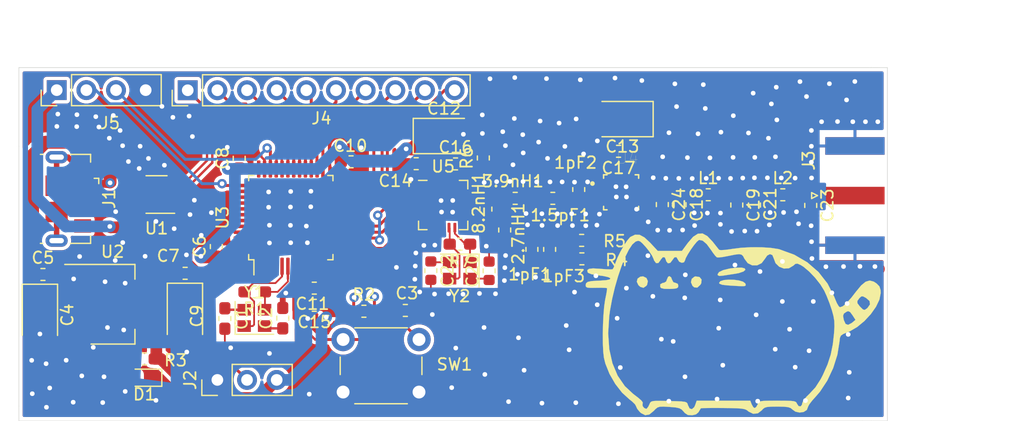
<source format=kicad_pcb>
(kicad_pcb (version 20171130) (host pcbnew "(5.1.6)-1")
  (layers (0 F.Cu signal) (31 B.Cu signal) (34 B.Paste user) (35 F.Paste user) (36 B.SilkS user) (37 F.SilkS user) (38 B.Mask user) (39 F.Mask user) (44 Edge.Cuts user))
  (net 0 "")
  (net 1 RF_out)
  (net 2 "Net-(1.5pF1-Pad1)")
  (net 3 GND)
  (net 4 TXEN)
  (net 5 "Net-(2.7nH1-Pad1)")
  (net 6 "Net-(3.9nH1-Pad1)")
  (net 7 "Net-(C1-Pad1)")
  (net 8 "Net-(C2-Pad1)")
  (net 9 NRST)
  (net 10 +5V)
  (net 11 +3V3)
  (net 12 "Net-(C18-Pad1)")
  (net 13 "Net-(C19-Pad1)")
  (net 14 "Net-(C20-Pad1)")
  (net 15 "Net-(C22-Pad1)")
  (net 16 "Net-(C23-Pad1)")
  (net 17 "Net-(D1-Pad2)")
  (net 18 "Net-(J1-Pad6)")
  (net 19 D+)
  (net 20 "Net-(J1-Pad4)")
  (net 21 D-)
  (net 22 BOOT0)
  (net 23 CE)
  (net 24 "Net-(R4-Pad1)")
  (net 25 "Net-(R5-Pad1)")
  (net 26 "Net-(R6-Pad1)")
  (net 27 "Net-(U1-Pad5)")
  (net 28 USB_D-)
  (net 29 "Net-(U1-Pad2)")
  (net 30 USB_D+)
  (net 31 "Net-(U3-Pad46)")
  (net 32 "Net-(U3-Pad45)")
  (net 33 "Net-(U3-Pad43)")
  (net 34 "Net-(U3-Pad42)")
  (net 35 "Net-(U3-Pad41)")
  (net 36 "Net-(U3-Pad40)")
  (net 37 "Net-(U3-Pad39)")
  (net 38 "Net-(U3-Pad38)")
  (net 39 MOSI)
  (net 40 MISO)
  (net 41 SCK)
  (net 42 IRQ)
  (net 43 CSN)
  (net 44 "Net-(U3-Pad13)")
  (net 45 "Net-(U3-Pad12)")
  (net 46 "Net-(U3-Pad11)")
  (net 47 "Net-(U3-Pad10)")
  (net 48 "Net-(U3-Pad4)")
  (net 49 "Net-(U3-Pad3)")
  (net 50 "Net-(U3-Pad2)")
  (net 51 "Net-(U3-Pad1)")
  (net 52 "Net-(R1-Pad2)")
  (net 53 "Net-(R1-Pad1)")
  (net 54 "Net-(R7-Pad2)")
  (net 55 "Net-(R7-Pad1)")
  (net 56 SWCLK)
  (net 57 SWDIO)
  (net 58 P1)
  (net 59 P2)
  (net 60 P3)
  (net 61 P4)
  (net 62 P5)
  (net 63 P6)
  (net 64 P7)
  (net 65 P8)
  (net 66 P9)
  (net 67 P10)
  (module stm32_nrf24:pusheen1 (layer F.Cu) (at 139.8651 118.1735)
    (fp_text reference G*** hide)
    (fp_text value LOGO hide)
  )
  (module Capacitor_SMD:C_0603_1608Metric (layer F.Cu) (at 114.0333 113.6396 270)
    (fp_text reference C22 (at 0 -1.43 90) (layer F.SilkS))
    (fp_text value 18pF)
    (pad 2 smd roundrect (at 0.7875 0 270) (size 0.875 0.95) (layers F.Cu F.Paste F.Mask) (net 3 GND))
    (pad 1 smd roundrect (at -0.7875 0 270) (size 0.875 0.95) (layers F.Cu F.Paste F.Mask) (net 15 "Net-(C22-Pad1)"))
  )
  (module Capacitor_SMD:C_0603_1608Metric (layer F.Cu) (at 119.0244 113.6523 90)
    (fp_text reference C20 (at 0 -1.43 90) (layer F.SilkS))
    (fp_text value 18pF)
    (pad 2 smd roundrect (at 0.7875 0 90) (size 0.875 0.95) (layers F.Cu F.Paste F.Mask) (net 3 GND))
    (pad 1 smd roundrect (at -0.7875 0 90) (size 0.875 0.95) (layers F.Cu F.Paste F.Mask) (net 14 "Net-(C20-Pad1)"))
  )
  (module Capacitor_SMD:C_0603_1608Metric_Pad1.05x0.95mm_HandSolder (layer F.Cu) (at 133.86054 107.98048 270)
    (fp_text reference C24 (at 0 -1.43 90) (layer F.SilkS))
    (fp_text value C)
    (pad 2 smd roundrect (at 0.875 0 270) (size 1.05 0.95) (layers F.Cu F.Paste F.Mask) (net 3 GND))
    (pad 1 smd roundrect (at -0.875 0 270) (size 1.05 0.95) (layers F.Cu F.Paste F.Mask) (net 12 "Net-(C18-Pad1)"))
  )
  (module Connector_PinHeader_2.54mm:PinHeader_1x04_P2.54mm_Vertical (layer F.Cu) (at 81.99 98.18 90)
    (fp_text reference J5 (at -2.82056 4.55796 180) (layer F.SilkS))
    (fp_text value Conn_01x04_Female)
    (pad 4 thru_hole oval (at 0 7.62 90) (size 1.7 1.7) (drill 1) (layers *.Cu *.Mask) (net 3 GND))
    (pad 3 thru_hole oval (at 0 5.08 90) (size 1.7 1.7) (drill 1) (layers *.Cu *.Mask) (net 57 SWDIO))
    (pad 2 thru_hole oval (at 0 2.54 90) (size 1.7 1.7) (drill 1) (layers *.Cu *.Mask) (net 56 SWCLK))
    (pad 1 thru_hole rect (at 0 0 90) (size 1.7 1.7) (drill 1) (layers *.Cu *.Mask) (net 11 +3V3))
  )
  (module Connector_PinHeader_2.54mm:PinHeader_1x10_P2.54mm_Vertical (layer F.Cu) (at 93.21 98.19 90)
    (fp_text reference J4 (at -2.4067 11.45324 180) (layer F.SilkS))
    (fp_text value Conn_01x10_Male)
    (pad 10 thru_hole oval (at 0 22.86 90) (size 1.7 1.7) (drill 1) (layers *.Cu *.Mask) (net 67 P10))
    (pad 9 thru_hole oval (at 0 20.32 90) (size 1.7 1.7) (drill 1) (layers *.Cu *.Mask) (net 66 P9))
    (pad 8 thru_hole oval (at 0 17.78 90) (size 1.7 1.7) (drill 1) (layers *.Cu *.Mask) (net 65 P8))
    (pad 7 thru_hole oval (at 0 15.24 90) (size 1.7 1.7) (drill 1) (layers *.Cu *.Mask) (net 64 P7))
    (pad 6 thru_hole oval (at 0 12.7 90) (size 1.7 1.7) (drill 1) (layers *.Cu *.Mask) (net 63 P6))
    (pad 5 thru_hole oval (at 0 10.16 90) (size 1.7 1.7) (drill 1) (layers *.Cu *.Mask) (net 62 P5))
    (pad 4 thru_hole oval (at 0 7.62 90) (size 1.7 1.7) (drill 1) (layers *.Cu *.Mask) (net 61 P4))
    (pad 3 thru_hole oval (at 0 5.08 90) (size 1.7 1.7) (drill 1) (layers *.Cu *.Mask) (net 60 P3))
    (pad 2 thru_hole oval (at 0 2.54 90) (size 1.7 1.7) (drill 1) (layers *.Cu *.Mask) (net 59 P2))
    (pad 1 thru_hole rect (at 0 0 90) (size 1.7 1.7) (drill 1) (layers *.Cu *.Mask) (net 58 P1))
  )
  (module Package_DFN_QFN:QFN-20-1EP_4x4mm_P0.5mm_EP2.5x2.5mm (layer F.Cu) (at 115.09 108.02)
    (fp_text reference U5 (at 0 -3.3) (layer F.SilkS))
    (fp_text value nRF24L01P)
    (pad 20 smd roundrect (at -1 -1.9375) (size 0.25 0.825) (layers F.Cu F.Paste F.Mask) (net 3 GND))
    (pad 19 smd roundrect (at -0.5 -1.9375) (size 0.25 0.825) (layers F.Cu F.Paste F.Mask) (net 11 +3V3))
    (pad 18 smd roundrect (at 0 -1.9375) (size 0.25 0.825) (layers F.Cu F.Paste F.Mask) (net 11 +3V3))
    (pad 17 smd roundrect (at 0.5 -1.9375) (size 0.25 0.825) (layers F.Cu F.Paste F.Mask) (net 3 GND))
    (pad 16 smd roundrect (at 1 -1.9375) (size 0.25 0.825) (layers F.Cu F.Paste F.Mask) (net 26 "Net-(R6-Pad1)"))
    (pad 15 smd roundrect (at 1.9375 -1) (size 0.825 0.25) (layers F.Cu F.Paste F.Mask) (net 11 +3V3))
    (pad 14 smd roundrect (at 1.9375 -0.5) (size 0.825 0.25) (layers F.Cu F.Paste F.Mask) (net 3 GND))
    (pad 13 smd roundrect (at 1.9375 0) (size 0.825 0.25) (layers F.Cu F.Paste F.Mask) (net 6 "Net-(3.9nH1-Pad1)"))
    (pad 12 smd roundrect (at 1.9375 0.5) (size 0.825 0.25) (layers F.Cu F.Paste F.Mask) (net 5 "Net-(2.7nH1-Pad1)"))
    (pad 11 smd roundrect (at 1.9375 1) (size 0.825 0.25) (layers F.Cu F.Paste F.Mask) (net 4 TXEN))
    (pad 10 smd roundrect (at 1 1.9375) (size 0.25 0.825) (layers F.Cu F.Paste F.Mask) (net 55 "Net-(R7-Pad1)"))
    (pad 9 smd roundrect (at 0.5 1.9375) (size 0.25 0.825) (layers F.Cu F.Paste F.Mask) (net 54 "Net-(R7-Pad2)"))
    (pad 8 smd roundrect (at 0 1.9375) (size 0.25 0.825) (layers F.Cu F.Paste F.Mask) (net 3 GND))
    (pad 7 smd roundrect (at -0.5 1.9375) (size 0.25 0.825) (layers F.Cu F.Paste F.Mask) (net 11 +3V3))
    (pad 6 smd roundrect (at -1 1.9375) (size 0.25 0.825) (layers F.Cu F.Paste F.Mask) (net 42 IRQ))
    (pad 5 smd roundrect (at -1.9375 1) (size 0.825 0.25) (layers F.Cu F.Paste F.Mask) (net 40 MISO))
    (pad 4 smd roundrect (at -1.9375 0.5) (size 0.825 0.25) (layers F.Cu F.Paste F.Mask) (net 39 MOSI))
    (pad 3 smd roundrect (at -1.9375 0) (size 0.825 0.25) (layers F.Cu F.Paste F.Mask) (net 41 SCK))
    (pad 2 smd roundrect (at -1.9375 -0.5) (size 0.825 0.25) (layers F.Cu F.Paste F.Mask) (net 43 CSN))
    (pad 1 smd roundrect (at -1.9375 -1) (size 0.825 0.25) (layers F.Cu F.Paste F.Mask) (net 23 CE))
  )
  (module Crystal:Crystal_SMD_2520-4Pin_2.5x2.0mm (layer F.Cu) (at 116.5141 113.6231 180)
    (fp_text reference Y2 (at 0 -2.2) (layer F.SilkS))
    (fp_text value Crystal_GND24)
    (pad 4 smd rect (at -0.875 -0.7 180) (size 1.15 1) (layers F.Cu F.Paste F.Mask) (net 14 "Net-(C20-Pad1)"))
    (pad 3 smd rect (at 0.875 -0.7 180) (size 1.15 1) (layers F.Cu F.Paste F.Mask) (net 54 "Net-(R7-Pad2)"))
    (pad 2 smd rect (at 0.875 0.7 180) (size 1.15 1) (layers F.Cu F.Paste F.Mask) (net 15 "Net-(C22-Pad1)"))
    (pad 1 smd rect (at -0.875 0.7 180) (size 1.15 1) (layers F.Cu F.Paste F.Mask) (net 55 "Net-(R7-Pad1)"))
  )
  (module Crystal:Crystal_SMD_2520-4Pin_2.5x2.0mm (layer F.Cu) (at 98.92 117.69)
    (fp_text reference Y1 (at 0 -2.2) (layer F.SilkS))
    (fp_text value Crystal_GND24)
    (pad 4 smd rect (at -0.875 -0.7) (size 1.15 1) (layers F.Cu F.Paste F.Mask) (net 7 "Net-(C1-Pad1)"))
    (pad 3 smd rect (at 0.875 -0.7) (size 1.15 1) (layers F.Cu F.Paste F.Mask) (net 53 "Net-(R1-Pad1)"))
    (pad 2 smd rect (at 0.875 0.7) (size 1.15 1) (layers F.Cu F.Paste F.Mask) (net 8 "Net-(C2-Pad1)"))
    (pad 1 smd rect (at -0.875 0.7) (size 1.15 1) (layers F.Cu F.Paste F.Mask) (net 52 "Net-(R1-Pad2)"))
  )
  (module stm32_nrf24:QFN50P300X300X60-17N (layer F.Cu) (at 130.33 106.93)
    (fp_text reference U4 (at 0.54 -2.935) (layer F.SilkS) (effects (font (thickness 0.015))))
    (fp_text value RFX2401C)
    (pad 5 smd rect (at -0.75 1.445) (size 0.27 0.81) (layers F.Cu F.Paste F.Mask) (net 25 "Net-(R5-Pad1)"))
    (pad 6 smd rect (at -0.25 1.445) (size 0.27 0.81) (layers F.Cu F.Paste F.Mask) (net 24 "Net-(R4-Pad1)"))
    (pad 7 smd rect (at 0.25 1.445) (size 0.27 0.81) (layers F.Cu F.Paste F.Mask))
    (pad 8 smd rect (at 0.75 1.445) (size 0.27 0.81) (layers F.Cu F.Paste F.Mask) (net 3 GND))
    (pad 13 smd rect (at 0.75 -1.445) (size 0.27 0.81) (layers F.Cu F.Paste F.Mask))
    (pad 14 smd rect (at 0.25 -1.445) (size 0.27 0.81) (layers F.Cu F.Paste F.Mask) (net 11 +3V3))
    (pad 15 smd rect (at -0.25 -1.445) (size 0.27 0.81) (layers F.Cu F.Paste F.Mask))
    (pad 16 smd rect (at -0.75 -1.445) (size 0.27 0.81) (layers F.Cu F.Paste F.Mask) (net 11 +3V3))
    (pad 1 smd rect (at -1.445 -0.75) (size 0.81 0.27) (layers F.Cu F.Paste F.Mask))
    (pad 2 smd rect (at -1.445 -0.25) (size 0.81 0.27) (layers F.Cu F.Paste F.Mask) (net 3 GND))
    (pad 3 smd rect (at -1.445 0.25) (size 0.81 0.27) (layers F.Cu F.Paste F.Mask) (net 3 GND))
    (pad 4 smd rect (at -1.445 0.75) (size 0.81 0.27) (layers F.Cu F.Paste F.Mask) (net 1 RF_out))
    (pad 9 smd rect (at 1.445 0.75) (size 0.81 0.27) (layers F.Cu F.Paste F.Mask) (net 3 GND))
    (pad 10 smd rect (at 1.445 0.25) (size 0.81 0.27) (layers F.Cu F.Paste F.Mask) (net 12 "Net-(C18-Pad1)"))
    (pad 11 smd rect (at 1.445 -0.25) (size 0.81 0.27) (layers F.Cu F.Paste F.Mask) (net 3 GND))
    (pad 12 smd rect (at 1.445 -0.75) (size 0.81 0.27) (layers F.Cu F.Paste F.Mask))
    (pad 17 smd rect (at 0 0) (size 1.7 1.7) (layers F.Cu F.Mask) (net 3 GND))
  )
  (module Package_QFP:LQFP-48_7x7mm_P0.5mm (layer F.Cu) (at 102.04 109.1 90)
    (fp_text reference U3 (at 0 -5.85 90) (layer F.SilkS))
    (fp_text value STM32F103C8Tx)
    (pad 48 smd roundrect (at -2.75 -4.1625 90) (size 0.3 1.475) (layers F.Cu F.Paste F.Mask) (net 11 +3V3))
    (pad 47 smd roundrect (at -2.25 -4.1625 90) (size 0.3 1.475) (layers F.Cu F.Paste F.Mask) (net 3 GND))
    (pad 46 smd roundrect (at -1.75 -4.1625 90) (size 0.3 1.475) (layers F.Cu F.Paste F.Mask) (net 31 "Net-(U3-Pad46)"))
    (pad 45 smd roundrect (at -1.25 -4.1625 90) (size 0.3 1.475) (layers F.Cu F.Paste F.Mask) (net 32 "Net-(U3-Pad45)"))
    (pad 44 smd roundrect (at -0.75 -4.1625 90) (size 0.3 1.475) (layers F.Cu F.Paste F.Mask) (net 22 BOOT0))
    (pad 43 smd roundrect (at -0.25 -4.1625 90) (size 0.3 1.475) (layers F.Cu F.Paste F.Mask) (net 33 "Net-(U3-Pad43)"))
    (pad 42 smd roundrect (at 0.25 -4.1625 90) (size 0.3 1.475) (layers F.Cu F.Paste F.Mask) (net 34 "Net-(U3-Pad42)"))
    (pad 41 smd roundrect (at 0.75 -4.1625 90) (size 0.3 1.475) (layers F.Cu F.Paste F.Mask) (net 35 "Net-(U3-Pad41)"))
    (pad 40 smd roundrect (at 1.25 -4.1625 90) (size 0.3 1.475) (layers F.Cu F.Paste F.Mask) (net 36 "Net-(U3-Pad40)"))
    (pad 39 smd roundrect (at 1.75 -4.1625 90) (size 0.3 1.475) (layers F.Cu F.Paste F.Mask) (net 37 "Net-(U3-Pad39)"))
    (pad 38 smd roundrect (at 2.25 -4.1625 90) (size 0.3 1.475) (layers F.Cu F.Paste F.Mask) (net 38 "Net-(U3-Pad38)"))
    (pad 37 smd roundrect (at 2.75 -4.1625 90) (size 0.3 1.475) (layers F.Cu F.Paste F.Mask) (net 56 SWCLK))
    (pad 36 smd roundrect (at 4.1625 -2.75 90) (size 1.475 0.3) (layers F.Cu F.Paste F.Mask) (net 11 +3V3))
    (pad 35 smd roundrect (at 4.1625 -2.25 90) (size 1.475 0.3) (layers F.Cu F.Paste F.Mask) (net 3 GND))
    (pad 34 smd roundrect (at 4.1625 -1.75 90) (size 1.475 0.3) (layers F.Cu F.Paste F.Mask) (net 57 SWDIO))
    (pad 33 smd roundrect (at 4.1625 -1.25 90) (size 1.475 0.3) (layers F.Cu F.Paste F.Mask) (net 30 USB_D+))
    (pad 32 smd roundrect (at 4.1625 -0.75 90) (size 1.475 0.3) (layers F.Cu F.Paste F.Mask) (net 28 USB_D-))
    (pad 31 smd roundrect (at 4.1625 -0.25 90) (size 1.475 0.3) (layers F.Cu F.Paste F.Mask) (net 58 P1))
    (pad 30 smd roundrect (at 4.1625 0.25 90) (size 1.475 0.3) (layers F.Cu F.Paste F.Mask) (net 59 P2))
    (pad 29 smd roundrect (at 4.1625 0.75 90) (size 1.475 0.3) (layers F.Cu F.Paste F.Mask) (net 60 P3))
    (pad 28 smd roundrect (at 4.1625 1.25 90) (size 1.475 0.3) (layers F.Cu F.Paste F.Mask) (net 61 P4))
    (pad 27 smd roundrect (at 4.1625 1.75 90) (size 1.475 0.3) (layers F.Cu F.Paste F.Mask) (net 62 P5))
    (pad 26 smd roundrect (at 4.1625 2.25 90) (size 1.475 0.3) (layers F.Cu F.Paste F.Mask) (net 63 P6))
    (pad 25 smd roundrect (at 4.1625 2.75 90) (size 1.475 0.3) (layers F.Cu F.Paste F.Mask) (net 64 P7))
    (pad 24 smd roundrect (at 2.75 4.1625 90) (size 0.3 1.475) (layers F.Cu F.Paste F.Mask) (net 11 +3V3))
    (pad 23 smd roundrect (at 2.25 4.1625 90) (size 0.3 1.475) (layers F.Cu F.Paste F.Mask) (net 3 GND))
    (pad 22 smd roundrect (at 1.75 4.1625 90) (size 0.3 1.475) (layers F.Cu F.Paste F.Mask) (net 65 P8))
    (pad 21 smd roundrect (at 1.25 4.1625 90) (size 0.3 1.475) (layers F.Cu F.Paste F.Mask) (net 66 P9))
    (pad 20 smd roundrect (at 0.75 4.1625 90) (size 0.3 1.475) (layers F.Cu F.Paste F.Mask) (net 67 P10))
    (pad 19 smd roundrect (at 0.25 4.1625 90) (size 0.3 1.475) (layers F.Cu F.Paste F.Mask) (net 23 CE))
    (pad 18 smd roundrect (at -0.25 4.1625 90) (size 0.3 1.475) (layers F.Cu F.Paste F.Mask) (net 43 CSN))
    (pad 17 smd roundrect (at -0.75 4.1625 90) (size 0.3 1.475) (layers F.Cu F.Paste F.Mask) (net 39 MOSI))
    (pad 16 smd roundrect (at -1.25 4.1625 90) (size 0.3 1.475) (layers F.Cu F.Paste F.Mask) (net 40 MISO))
    (pad 15 smd roundrect (at -1.75 4.1625 90) (size 0.3 1.475) (layers F.Cu F.Paste F.Mask) (net 41 SCK))
    (pad 14 smd roundrect (at -2.25 4.1625 90) (size 0.3 1.475) (layers F.Cu F.Paste F.Mask) (net 42 IRQ))
    (pad 13 smd roundrect (at -2.75 4.1625 90) (size 0.3 1.475) (layers F.Cu F.Paste F.Mask) (net 44 "Net-(U3-Pad13)"))
    (pad 12 smd roundrect (at -4.1625 2.75 90) (size 1.475 0.3) (layers F.Cu F.Paste F.Mask) (net 45 "Net-(U3-Pad12)"))
    (pad 11 smd roundrect (at -4.1625 2.25 90) (size 1.475 0.3) (layers F.Cu F.Paste F.Mask) (net 46 "Net-(U3-Pad11)"))
    (pad 10 smd roundrect (at -4.1625 1.75 90) (size 1.475 0.3) (layers F.Cu F.Paste F.Mask) (net 47 "Net-(U3-Pad10)"))
    (pad 9 smd roundrect (at -4.1625 1.25 90) (size 1.475 0.3) (layers F.Cu F.Paste F.Mask) (net 11 +3V3))
    (pad 8 smd roundrect (at -4.1625 0.75 90) (size 1.475 0.3) (layers F.Cu F.Paste F.Mask) (net 3 GND))
    (pad 7 smd roundrect (at -4.1625 0.25 90) (size 1.475 0.3) (layers F.Cu F.Paste F.Mask) (net 9 NRST))
    (pad 6 smd roundrect (at -4.1625 -0.25 90) (size 1.475 0.3) (layers F.Cu F.Paste F.Mask) (net 53 "Net-(R1-Pad1)"))
    (pad 5 smd roundrect (at -4.1625 -0.75 90) (size 1.475 0.3) (layers F.Cu F.Paste F.Mask) (net 52 "Net-(R1-Pad2)"))
    (pad 4 smd roundrect (at -4.1625 -1.25 90) (size 1.475 0.3) (layers F.Cu F.Paste F.Mask) (net 48 "Net-(U3-Pad4)"))
    (pad 3 smd roundrect (at -4.1625 -1.75 90) (size 1.475 0.3) (layers F.Cu F.Paste F.Mask) (net 49 "Net-(U3-Pad3)"))
    (pad 2 smd roundrect (at -4.1625 -2.25 90) (size 1.475 0.3) (layers F.Cu F.Paste F.Mask) (net 50 "Net-(U3-Pad2)"))
    (pad 1 smd roundrect (at -4.1625 -2.75 90) (size 1.475 0.3) (layers F.Cu F.Paste F.Mask) (net 51 "Net-(U3-Pad1)"))
  )
  (module Package_TO_SOT_SMD:SOT-223-3_TabPin2 (layer F.Cu) (at 86.78 116.52)
    (fp_text reference U2 (at 0 -4.5) (layer F.SilkS))
    (fp_text value AMS1117-3.3)
    (pad 1 smd rect (at -3.15 -2.3) (size 2 1.5) (layers F.Cu F.Paste F.Mask) (net 3 GND))
    (pad 3 smd rect (at -3.15 2.3) (size 2 1.5) (layers F.Cu F.Paste F.Mask) (net 10 +5V))
    (pad 2 smd rect (at -3.15 0) (size 2 1.5) (layers F.Cu F.Paste F.Mask) (net 11 +3V3))
    (pad 2 smd rect (at 3.15 0) (size 2 3.8) (layers F.Cu F.Paste F.Mask) (net 11 +3V3))
  )
  (module Package_TO_SOT_SMD:SOT-23-6 (layer F.Cu) (at 90.54 107.12 180)
    (fp_text reference U1 (at 0 -2.9) (layer F.SilkS))
    (fp_text value USBLC6-2SC6)
    (pad 5 smd rect (at 1.1 0 180) (size 1.06 0.65) (layers F.Cu F.Paste F.Mask) (net 27 "Net-(U1-Pad5)"))
    (pad 6 smd rect (at 1.1 -0.95 180) (size 1.06 0.65) (layers F.Cu F.Paste F.Mask) (net 19 D+))
    (pad 4 smd rect (at 1.1 0.95 180) (size 1.06 0.65) (layers F.Cu F.Paste F.Mask) (net 21 D-))
    (pad 3 smd rect (at -1.1 0.95 180) (size 1.06 0.65) (layers F.Cu F.Paste F.Mask) (net 28 USB_D-))
    (pad 2 smd rect (at -1.1 0 180) (size 1.06 0.65) (layers F.Cu F.Paste F.Mask) (net 29 "Net-(U1-Pad2)"))
    (pad 1 smd rect (at -1.1 -0.95 180) (size 1.06 0.65) (layers F.Cu F.Paste F.Mask) (net 30 USB_D+))
  )
  (module Button_Switch_THT:SW_PUSH_6mm_H5mm (layer F.Cu) (at 113.02 124.04 180)
    (fp_text reference SW1 (at -3.04276 2.36638) (layer F.SilkS))
    (fp_text value SW_Push)
    (pad 1 thru_hole circle (at 6.5 0 270) (size 2 2) (drill 1.1) (layers *.Cu *.Mask) (net 3 GND))
    (pad 2 thru_hole circle (at 6.5 4.5 270) (size 2 2) (drill 1.1) (layers *.Cu *.Mask) (net 9 NRST))
    (pad 1 thru_hole circle (at 0 0 270) (size 2 2) (drill 1.1) (layers *.Cu *.Mask) (net 3 GND))
    (pad 2 thru_hole circle (at 0 4.5 270) (size 2 2) (drill 1.1) (layers *.Cu *.Mask) (net 9 NRST))
  )
  (module Resistor_SMD:R_0603_1608Metric_Pad1.05x0.95mm_HandSolder (layer F.Cu) (at 116.5241 111.3731 180)
    (fp_text reference R7 (at 0 -1.43) (layer F.SilkS))
    (fp_text value 1M)
    (pad 2 smd roundrect (at 0.875 0 180) (size 1.05 0.95) (layers F.Cu F.Paste F.Mask) (net 54 "Net-(R7-Pad2)"))
    (pad 1 smd roundrect (at -0.875 0 180) (size 1.05 0.95) (layers F.Cu F.Paste F.Mask) (net 55 "Net-(R7-Pad1)"))
  )
  (module Resistor_SMD:R_0603_1608Metric_Pad1.05x0.95mm_HandSolder (layer F.Cu) (at 118.53 103.99 90)
    (fp_text reference R6 (at 0 -1.43 90) (layer F.SilkS))
    (fp_text value R)
    (pad 2 smd roundrect (at 0.875 0 90) (size 1.05 0.95) (layers F.Cu F.Paste F.Mask) (net 3 GND))
    (pad 1 smd roundrect (at -0.875 0 90) (size 1.05 0.95) (layers F.Cu F.Paste F.Mask) (net 26 "Net-(R6-Pad1)"))
  )
  (module Resistor_SMD:R_0603_1608Metric_Pad1.05x0.95mm_HandSolder (layer F.Cu) (at 126.95 111.05 180)
    (fp_text reference R5 (at -2.82368 -0.06484) (layer F.SilkS))
    (fp_text value R)
    (pad 2 smd roundrect (at 0.875 0 180) (size 1.05 0.95) (layers F.Cu F.Paste F.Mask) (net 4 TXEN))
    (pad 1 smd roundrect (at -0.875 0 180) (size 1.05 0.95) (layers F.Cu F.Paste F.Mask) (net 25 "Net-(R5-Pad1)"))
  )
  (module Resistor_SMD:R_0603_1608Metric_Pad1.05x0.95mm_HandSolder (layer F.Cu) (at 126.97 112.63 180)
    (fp_text reference R4 (at -2.98148 -0.11044) (layer F.SilkS))
    (fp_text value R)
    (pad 2 smd roundrect (at 0.875 0 180) (size 1.05 0.95) (layers F.Cu F.Paste F.Mask) (net 23 CE))
    (pad 1 smd roundrect (at -0.875 0 180) (size 1.05 0.95) (layers F.Cu F.Paste F.Mask) (net 24 "Net-(R4-Pad1)"))
  )
  (module Resistor_SMD:R_0603_1608Metric_Pad1.05x0.95mm_HandSolder (layer F.Cu) (at 89.51 121.2)
    (fp_text reference R3 (at 2.65644 0.12564) (layer F.SilkS))
    (fp_text value R)
    (pad 2 smd roundrect (at 0.875 0) (size 1.05 0.95) (layers F.Cu F.Paste F.Mask) (net 11 +3V3))
    (pad 1 smd roundrect (at -0.875 0) (size 1.05 0.95) (layers F.Cu F.Paste F.Mask) (net 17 "Net-(D1-Pad2)"))
  )
  (module Resistor_SMD:R_0603_1608Metric_Pad1.05x0.95mm_HandSolder (layer F.Cu) (at 108.3 117.12)
    (fp_text reference R2 (at 0 -1.43) (layer F.SilkS))
    (fp_text value R)
    (pad 2 smd roundrect (at 0.875 0) (size 1.05 0.95) (layers F.Cu F.Paste F.Mask) (net 9 NRST))
    (pad 1 smd roundrect (at -0.875 0) (size 1.05 0.95) (layers F.Cu F.Paste F.Mask) (net 11 +3V3))
  )
  (module Resistor_SMD:R_0603_1608Metric_Pad1.05x0.95mm_HandSolder (layer F.Cu) (at 98.95 115.46 180)
    (fp_text reference R1 (at 0 -1.43) (layer F.SilkS))
    (fp_text value 1M)
    (pad 2 smd roundrect (at 0.875 0 180) (size 1.05 0.95) (layers F.Cu F.Paste F.Mask) (net 52 "Net-(R1-Pad2)"))
    (pad 1 smd roundrect (at -0.875 0 180) (size 1.05 0.95) (layers F.Cu F.Paste F.Mask) (net 53 "Net-(R1-Pad1)"))
  )
  (module Capacitor_SMD:C_0603_1608Metric_Pad1.05x0.95mm_HandSolder (layer F.Cu) (at 144.17802 107.14482)
    (fp_text reference L2 (at 0 -1.43) (layer F.SilkS))
    (fp_text value L)
    (pad 2 smd roundrect (at 0.875 0) (size 1.05 0.95) (layers F.Cu F.Paste F.Mask) (net 16 "Net-(C23-Pad1)"))
    (pad 1 smd roundrect (at -0.875 0) (size 1.05 0.95) (layers F.Cu F.Paste F.Mask) (net 13 "Net-(C19-Pad1)"))
  )
  (module Capacitor_SMD:C_0603_1608Metric_Pad1.05x0.95mm_HandSolder (layer F.Cu) (at 137.795 107.13974)
    (fp_text reference L1 (at 0 -1.43) (layer F.SilkS))
    (fp_text value L)
    (pad 2 smd roundrect (at 0.875 0) (size 1.05 0.95) (layers F.Cu F.Paste F.Mask) (net 13 "Net-(C19-Pad1)"))
    (pad 1 smd roundrect (at -0.875 0) (size 1.05 0.95) (layers F.Cu F.Paste F.Mask) (net 12 "Net-(C18-Pad1)"))
  )
  (module Connector_Coaxial:SMA_Amphenol_132289_EdgeMount (layer F.Cu) (at 150.35784 107.21086)
    (fp_text reference J3 (at -3.96 -3 90) (layer F.SilkS))
    (fp_text value Conn_Coaxial)
    (pad 1 smd rect (at 0 0 90) (size 1.5 5.08) (layers F.Cu F.Paste F.Mask) (net 16 "Net-(C23-Pad1)"))
    (pad 2 smd rect (at 0 -4.25 90) (size 1.5 5.08) (layers F.Cu F.Paste F.Mask) (net 3 GND))
    (pad 2 smd rect (at 0 4.25 90) (size 1.5 5.08) (layers F.Cu F.Paste F.Mask) (net 3 GND))
    (pad 2 smd rect (at 0 -4.25 90) (size 1.5 5.08) (layers B.Cu B.Paste B.Mask) (net 3 GND))
    (pad 2 smd rect (at 0 4.25 90) (size 1.5 5.08) (layers B.Cu B.Paste B.Mask) (net 3 GND))
  )
  (module Connector_PinHeader_2.54mm:PinHeader_1x03_P2.54mm_Vertical (layer F.Cu) (at 95.75 123 90)
    (fp_text reference J2 (at 0 -2.33 90) (layer F.SilkS))
    (fp_text value Conn_01x03_Male hide)
    (pad 3 thru_hole oval (at 0 5.08 90) (size 1.7 1.7) (drill 1) (layers *.Cu *.Mask) (net 11 +3V3))
    (pad 2 thru_hole oval (at 0 2.54 90) (size 1.7 1.7) (drill 1) (layers *.Cu *.Mask) (net 22 BOOT0))
    (pad 1 thru_hole rect (at 0 0 90) (size 1.7 1.7) (drill 1) (layers *.Cu *.Mask) (net 3 GND))
  )
  (module Connector_USB:USB_Micro-B_GCT_USB3076-30-A (layer F.Cu) (at 83.18 107.495 270)
    (fp_text reference J1 (at 0 -3.3 90) (layer F.SilkS))
    (fp_text value USB_B_Micro)
    (pad 6 smd rect (at -2.32 -1.03 270) (size 1.15 1.45) (layers F.Cu F.Paste F.Mask) (net 18 "Net-(J1-Pad6)"))
    (pad 6 smd rect (at 2.32 -1.03 270) (size 1.15 1.45) (layers F.Cu F.Paste F.Mask) (net 18 "Net-(J1-Pad6)"))
    (pad 6 thru_hole oval (at 3.575 1.2 270) (size 1.05 1.9) (drill oval 0.45 1.25) (layers *.Cu *.Mask) (net 18 "Net-(J1-Pad6)"))
    (pad 6 thru_hole oval (at -3.575 1.2 90) (size 1.05 1.9) (drill oval 0.45 1.25) (layers *.Cu *.Mask) (net 18 "Net-(J1-Pad6)"))
    (pad 6 smd rect (at -1.125 1.2 270) (size 1.75 1.9) (layers F.Cu F.Paste F.Mask) (net 18 "Net-(J1-Pad6)"))
    (pad 3 smd rect (at 0 -1.45 270) (size 0.4 1.4) (layers F.Cu F.Paste F.Mask) (net 19 D+))
    (pad 4 smd rect (at 0.65 -1.45 270) (size 0.4 1.4) (layers F.Cu F.Paste F.Mask) (net 20 "Net-(J1-Pad4)"))
    (pad 5 smd rect (at 1.3 -1.45 270) (size 0.4 1.4) (layers F.Cu F.Paste F.Mask) (net 3 GND))
    (pad 1 smd rect (at -1.3 -1.45 270) (size 0.4 1.4) (layers F.Cu F.Paste F.Mask) (net 10 +5V))
    (pad 2 smd rect (at -0.65 -1.45 270) (size 0.4 1.4) (layers F.Cu F.Paste F.Mask) (net 21 D-))
    (pad 6 smd rect (at 1.125 1.2 270) (size 1.75 1.9) (layers F.Cu F.Paste F.Mask) (net 18 "Net-(J1-Pad6)"))
  )
  (module LED_SMD:LED_0603_1608Metric (layer F.Cu) (at 89.5075 122.81 180)
    (fp_text reference D1 (at 0 -1.43) (layer F.SilkS))
    (fp_text value LED)
    (pad 2 smd roundrect (at 0.7875 0 180) (size 0.875 0.95) (layers F.Cu F.Paste F.Mask) (net 17 "Net-(D1-Pad2)"))
    (pad 1 smd roundrect (at -0.7875 0 180) (size 0.875 0.95) (layers F.Cu F.Paste F.Mask) (net 3 GND))
  )
  (module Capacitor_SMD:C_0603_1608Metric_Pad1.05x0.95mm_HandSolder (layer F.Cu) (at 146.5707 108.05544 270)
    (fp_text reference C23 (at 0 -1.43 90) (layer F.SilkS))
    (fp_text value C)
    (pad 2 smd roundrect (at 0.875 0 270) (size 1.05 0.95) (layers F.Cu F.Paste F.Mask) (net 3 GND))
    (pad 1 smd roundrect (at -0.875 0 270) (size 1.05 0.95) (layers F.Cu F.Paste F.Mask) (net 16 "Net-(C23-Pad1)"))
  )
  (module Capacitor_SMD:C_0603_1608Metric_Pad1.05x0.95mm_HandSolder (layer F.Cu) (at 141.75232 108.02112 270)
    (fp_text reference C21 (at -0.06 -1.36 90) (layer F.SilkS))
    (fp_text value C)
    (pad 2 smd roundrect (at 0.875 0 270) (size 1.05 0.95) (layers F.Cu F.Paste F.Mask) (net 3 GND))
    (pad 1 smd roundrect (at -0.875 0 270) (size 1.05 0.95) (layers F.Cu F.Paste F.Mask) (net 13 "Net-(C19-Pad1)"))
  )
  (module Capacitor_SMD:C_0603_1608Metric_Pad1.05x0.95mm_HandSolder (layer F.Cu) (at 140.23848 108.02112 270)
    (fp_text reference C19 (at 0 -1.43 90) (layer F.SilkS))
    (fp_text value C)
    (pad 2 smd roundrect (at 0.875 0 270) (size 1.05 0.95) (layers F.Cu F.Paste F.Mask) (net 3 GND))
    (pad 1 smd roundrect (at -0.875 0 270) (size 1.05 0.95) (layers F.Cu F.Paste F.Mask) (net 13 "Net-(C19-Pad1)"))
  )
  (module Capacitor_SMD:C_0603_1608Metric_Pad1.05x0.95mm_HandSolder (layer F.Cu) (at 135.37692 107.99064 270)
    (fp_text reference C18 (at 0 -1.43 90) (layer F.SilkS))
    (fp_text value C)
    (pad 2 smd roundrect (at 0.875 0 270) (size 1.05 0.95) (layers F.Cu F.Paste F.Mask) (net 3 GND))
    (pad 1 smd roundrect (at -0.875 0 270) (size 1.05 0.95) (layers F.Cu F.Paste F.Mask) (net 12 "Net-(C18-Pad1)"))
  )
  (module Capacitor_SMD:C_0603_1608Metric_Pad1.05x0.95mm_HandSolder (layer F.Cu) (at 130.11 103.42 180)
    (fp_text reference C17 (at 0 -1.43) (layer F.SilkS))
    (fp_text value C)
    (pad 2 smd roundrect (at 0.875 0 180) (size 1.05 0.95) (layers F.Cu F.Paste F.Mask) (net 3 GND))
    (pad 1 smd roundrect (at -0.875 0 180) (size 1.05 0.95) (layers F.Cu F.Paste F.Mask) (net 11 +3V3))
  )
  (module Capacitor_SMD:C_0603_1608Metric_Pad1.05x0.95mm_HandSolder (layer F.Cu) (at 116.15 104.5)
    (fp_text reference C16 (at 0 -1.43) (layer F.SilkS))
    (fp_text value C)
    (pad 2 smd roundrect (at 0.875 0) (size 1.05 0.95) (layers F.Cu F.Paste F.Mask) (net 3 GND))
    (pad 1 smd roundrect (at -0.875 0) (size 1.05 0.95) (layers F.Cu F.Paste F.Mask) (net 11 +3V3))
  )
  (module Capacitor_SMD:C_0603_1608Metric_Pad1.05x0.95mm_HandSolder (layer F.Cu) (at 104.05 116.61 180)
    (fp_text reference C15 (at 0 -1.43) (layer F.SilkS))
    (fp_text value C)
    (pad 2 smd roundrect (at 0.875 0 180) (size 1.05 0.95) (layers F.Cu F.Paste F.Mask) (net 3 GND))
    (pad 1 smd roundrect (at -0.875 0 180) (size 1.05 0.95) (layers F.Cu F.Paste F.Mask) (net 11 +3V3))
  )
  (module Capacitor_SMD:C_0603_1608Metric_Pad1.05x0.95mm_HandSolder (layer F.Cu) (at 112.78 104.48 180)
    (fp_text reference C14 (at 1.77692 -1.47356) (layer F.SilkS))
    (fp_text value C)
    (pad 2 smd roundrect (at 0.875 0 180) (size 1.05 0.95) (layers F.Cu F.Paste F.Mask) (net 3 GND))
    (pad 1 smd roundrect (at -0.875 0 180) (size 1.05 0.95) (layers F.Cu F.Paste F.Mask) (net 11 +3V3))
  )
  (module Capacitor_Tantalum_SMD:CP_EIA-3528-12_Kemet-T_Pad1.50x2.35mm_HandSolder (layer F.Cu) (at 130.44 100.66 180)
    (fp_text reference C13 (at 0 -2.35) (layer F.SilkS))
    (fp_text value CP)
    (pad 2 smd roundrect (at 1.625 0 180) (size 1.5 2.35) (layers F.Cu F.Paste F.Mask) (roundrect_rratio 0.166667) (net 3 GND))
    (pad 1 smd roundrect (at -1.625 0 180) (size 1.5 2.35) (layers F.Cu F.Paste F.Mask) (roundrect_rratio 0.166667) (net 11 +3V3))
  )
  (module Capacitor_Tantalum_SMD:CP_EIA-3528-12_Kemet-T_Pad1.50x2.35mm_HandSolder (layer F.Cu) (at 115.16 102.11)
    (fp_text reference C12 (at 0 -2.35) (layer F.SilkS))
    (fp_text value C)
    (pad 2 smd roundrect (at 1.625 0) (size 1.5 2.35) (layers F.Cu F.Paste F.Mask) (roundrect_rratio 0.166667) (net 3 GND))
    (pad 1 smd roundrect (at -1.625 0) (size 1.5 2.35) (layers F.Cu F.Paste F.Mask) (roundrect_rratio 0.166667) (net 11 +3V3))
  )
  (module Capacitor_SMD:C_0603_1608Metric_Pad1.05x0.95mm_HandSolder (layer F.Cu) (at 104.05 115.14 180)
    (fp_text reference C11 (at 0.155 -1.34) (layer F.SilkS))
    (fp_text value C)
    (pad 2 smd roundrect (at 0.875 0 180) (size 1.05 0.95) (layers F.Cu F.Paste F.Mask) (net 3 GND))
    (pad 1 smd roundrect (at -0.875 0 180) (size 1.05 0.95) (layers F.Cu F.Paste F.Mask) (net 11 +3V3))
  )
  (module Capacitor_SMD:C_0603_1608Metric_Pad1.05x0.95mm_HandSolder (layer F.Cu) (at 107.2 104.32)
    (fp_text reference C10 (at -0.06 -1.37) (layer F.SilkS))
    (fp_text value C)
    (pad 2 smd roundrect (at 0.875 0) (size 1.05 0.95) (layers F.Cu F.Paste F.Mask) (net 3 GND))
    (pad 1 smd roundrect (at -0.875 0) (size 1.05 0.95) (layers F.Cu F.Paste F.Mask) (net 11 +3V3))
  )
  (module Capacitor_Tantalum_SMD:CP_EIA-3528-12_Kemet-T_Pad1.50x2.35mm_HandSolder (layer F.Cu) (at 92.97 117.355 270)
    (fp_text reference C9 (at 0.175 -1.02 90) (layer F.SilkS))
    (fp_text value CP)
    (pad 2 smd roundrect (at 1.625 0 270) (size 1.5 2.35) (layers F.Cu F.Paste F.Mask) (roundrect_rratio 0.166667) (net 3 GND))
    (pad 1 smd roundrect (at -1.625 0 270) (size 1.5 2.35) (layers F.Cu F.Paste F.Mask) (roundrect_rratio 0.166667) (net 11 +3V3))
  )
  (module Capacitor_SMD:C_0603_1608Metric_Pad1.05x0.95mm_HandSolder (layer F.Cu) (at 97.62 104.02 90)
    (fp_text reference C8 (at 0 -1.43 90) (layer F.SilkS))
    (fp_text value C)
    (pad 2 smd roundrect (at 0.875 0 90) (size 1.05 0.95) (layers F.Cu F.Paste F.Mask) (net 3 GND))
    (pad 1 smd roundrect (at -0.875 0 90) (size 1.05 0.95) (layers F.Cu F.Paste F.Mask) (net 11 +3V3))
  )
  (module Capacitor_SMD:C_0603_1608Metric_Pad1.05x0.95mm_HandSolder (layer F.Cu) (at 92.99 113.87)
    (fp_text reference C7 (at -1.45348 -1.49278) (layer F.SilkS))
    (fp_text value C)
    (pad 2 smd roundrect (at 0.875 0) (size 1.05 0.95) (layers F.Cu F.Paste F.Mask) (net 3 GND))
    (pad 1 smd roundrect (at -0.875 0) (size 1.05 0.95) (layers F.Cu F.Paste F.Mask) (net 11 +3V3))
  )
  (module Capacitor_SMD:C_0603_1608Metric_Pad1.05x0.95mm_HandSolder (layer F.Cu) (at 95.66 111.58 90)
    (fp_text reference C6 (at 0 -1.43 90) (layer F.SilkS))
    (fp_text value C)
    (pad 2 smd roundrect (at 0.875 0 90) (size 1.05 0.95) (layers F.Cu F.Paste F.Mask) (net 3 GND))
    (pad 1 smd roundrect (at -0.875 0 90) (size 1.05 0.95) (layers F.Cu F.Paste F.Mask) (net 11 +3V3))
  )
  (module Capacitor_SMD:C_0603_1608Metric_Pad1.05x0.95mm_HandSolder (layer F.Cu) (at 80.81 113.97)
    (fp_text reference C5 (at 0 -1.43) (layer F.SilkS))
    (fp_text value C)
    (pad 2 smd roundrect (at 0.875 0) (size 1.05 0.95) (layers F.Cu F.Paste F.Mask) (net 3 GND))
    (pad 1 smd roundrect (at -0.875 0) (size 1.05 0.95) (layers F.Cu F.Paste F.Mask) (net 10 +5V))
  )
  (module Capacitor_Tantalum_SMD:CP_EIA-3528-12_Kemet-T_Pad1.50x2.35mm_HandSolder (layer F.Cu) (at 80.55 117.44 270)
    (fp_text reference C4 (at 0 -2.35 90) (layer F.SilkS))
    (fp_text value CP)
    (pad 2 smd roundrect (at 1.625 0 270) (size 1.5 2.35) (layers F.Cu F.Paste F.Mask) (roundrect_rratio 0.166667) (net 3 GND))
    (pad 1 smd roundrect (at -1.625 0 270) (size 1.5 2.35) (layers F.Cu F.Paste F.Mask) (roundrect_rratio 0.166667) (net 10 +5V))
  )
  (module Capacitor_SMD:C_0603_1608Metric_Pad1.05x0.95mm_HandSolder (layer F.Cu) (at 111.85 117.05)
    (fp_text reference C3 (at 0.13352 -1.47238) (layer F.SilkS))
    (fp_text value C)
    (pad 2 smd roundrect (at 0.875 0) (size 1.05 0.95) (layers F.Cu F.Paste F.Mask) (net 3 GND))
    (pad 1 smd roundrect (at -0.875 0) (size 1.05 0.95) (layers F.Cu F.Paste F.Mask) (net 9 NRST))
  )
  (module Capacitor_SMD:C_0603_1608Metric_Pad1.05x0.95mm_HandSolder (layer F.Cu) (at 101.35 117.71 90)
    (fp_text reference C2 (at 0 -1.43 90) (layer F.SilkS))
    (fp_text value 18pF)
    (pad 2 smd roundrect (at 0.875 0 90) (size 1.05 0.95) (layers F.Cu F.Paste F.Mask) (net 3 GND))
    (pad 1 smd roundrect (at -0.875 0 90) (size 1.05 0.95) (layers F.Cu F.Paste F.Mask) (net 8 "Net-(C2-Pad1)"))
  )
  (module Capacitor_SMD:C_0603_1608Metric_Pad1.05x0.95mm_HandSolder (layer F.Cu) (at 96.39 117.74 270)
    (fp_text reference C1 (at 0 -1.43 90) (layer F.SilkS))
    (fp_text value 18pF)
    (pad 2 smd roundrect (at 0.875 0 270) (size 1.05 0.95) (layers F.Cu F.Paste F.Mask) (net 3 GND))
    (pad 1 smd roundrect (at -0.875 0 270) (size 1.05 0.95) (layers F.Cu F.Paste F.Mask) (net 7 "Net-(C1-Pad1)"))
  )
  (module Capacitor_SMD:C_0603_1608Metric_Pad1.05x0.95mm_HandSolder (layer F.Cu) (at 118.75 108.37 270)
    (fp_text reference 8.2nH1 (at -0.52668 0.6146 90) (layer F.SilkS))
    (fp_text value L)
    (pad 2 smd roundrect (at 0.875 0 270) (size 1.05 0.95) (layers F.Cu F.Paste F.Mask) (net 5 "Net-(2.7nH1-Pad1)"))
    (pad 1 smd roundrect (at -0.875 0 270) (size 1.05 0.95) (layers F.Cu F.Paste F.Mask) (net 6 "Net-(3.9nH1-Pad1)"))
  )
  (module Capacitor_SMD:C_0603_1608Metric_Pad1.05x0.95mm_HandSolder (layer F.Cu) (at 121.26 107.45)
    (fp_text reference 3.9nH1 (at -0.20106 -1.46596) (layer F.SilkS))
    (fp_text value L)
    (pad 2 smd roundrect (at 0.875 0) (size 1.05 0.95) (layers F.Cu F.Paste F.Mask) (net 2 "Net-(1.5pF1-Pad1)"))
    (pad 1 smd roundrect (at -0.875 0) (size 1.05 0.95) (layers F.Cu F.Paste F.Mask) (net 6 "Net-(3.9nH1-Pad1)"))
  )
  (module Capacitor_SMD:C_0603_1608Metric_Pad1.05x0.95mm_HandSolder (layer F.Cu) (at 120.36 110.16 270)
    (fp_text reference 2.7nH1 (at 0.31 -1.17 90) (layer F.SilkS))
    (fp_text value L)
    (pad 2 smd roundrect (at 0.875 0 270) (size 1.05 0.95) (layers F.Cu F.Paste F.Mask) (net 4 TXEN))
    (pad 1 smd roundrect (at -0.875 0 270) (size 1.05 0.95) (layers F.Cu F.Paste F.Mask) (net 5 "Net-(2.7nH1-Pad1)"))
  )
  (module Capacitor_SMD:C_0603_1608Metric (layer F.Cu) (at 124.20854 111.82096 270)
    (fp_text reference 1pF3 (at 2.29108 -1.19634) (layer F.SilkS))
    (fp_text value C)
    (pad 2 smd roundrect (at 0.7875 0 270) (size 0.875 0.95) (layers F.Cu F.Paste F.Mask) (net 3 GND))
    (pad 1 smd roundrect (at -0.7875 0 270) (size 0.875 0.95) (layers F.Cu F.Paste F.Mask) (net 4 TXEN))
  )
  (module Capacitor_SMD:C_0603_1608Metric (layer F.Cu) (at 126.7 106.6925 90)
    (fp_text reference 1pF2 (at 2.30104 -0.2715 180) (layer F.SilkS))
    (fp_text value C)
    (pad 2 smd roundrect (at 0.7875 0 90) (size 0.875 0.95) (layers F.Cu F.Paste F.Mask) (net 3 GND))
    (pad 1 smd roundrect (at -0.7875 0 90) (size 0.875 0.95) (layers F.Cu F.Paste F.Mask) (net 1 RF_out))
  )
  (module Capacitor_SMD:C_0603_1608Metric (layer F.Cu) (at 122.69 111.82 270)
    (fp_text reference 1pF1 (at 2.1371 0.1858 180) (layer F.SilkS))
    (fp_text value C)
    (pad 2 smd roundrect (at 0.7875 0 270) (size 0.875 0.95) (layers F.Cu F.Paste F.Mask) (net 3 GND))
    (pad 1 smd roundrect (at -0.7875 0 270) (size 0.875 0.95) (layers F.Cu F.Paste F.Mask) (net 4 TXEN))
  )
  (module Capacitor_SMD:C_0603_1608Metric (layer F.Cu) (at 124.48 107.45)
    (fp_text reference 1.5pF1 (at 0.63532 1.44742) (layer F.SilkS))
    (fp_text value C)
    (pad 2 smd roundrect (at 0.7875 0) (size 0.875 0.95) (layers F.Cu F.Paste F.Mask) (net 1 RF_out))
    (pad 1 smd roundrect (at -0.7875 0) (size 0.875 0.95) (layers F.Cu F.Paste F.Mask) (net 2 "Net-(1.5pF1-Pad1)"))
  )
  (gr_line (start 151.75 126.5) (end 153.1366 126.50076) (layer Edge.Cuts) (width 0.05))
  (gr_line (start 151.75 96.25) (end 153.1366 96.25076) (layer Edge.Cuts) (width 0.05))
  (gr_line (start 78.75 96.25) (end 78.75 103) (layer Edge.Cuts) (width 0.05))
  (gr_line (start 151.75 96.25) (end 78.75 96.25) (layer Edge.Cuts) (width 0.05))
  (gr_line (start 153.1366 126.50076) (end 153.1366 96.25076) (layer Edge.Cuts) (width 0.05))
  (gr_line (start 151 126.5) (end 151.75 126.5) (layer Edge.Cuts) (width 0.05))
  (gr_line (start 78.75 126.5) (end 151 126.5) (layer Edge.Cuts) (width 0.05))
  (gr_line (start 78.75 125.25) (end 78.75 126.5) (layer Edge.Cuts) (width 0.05))
  (gr_line (start 78.75 103) (end 78.75 125.25) (layer Edge.Cuts) (width 0.05))
  (via (at 119.5705 115.6208) (size 0.8) (drill 0.4) (layers F.Cu B.Cu) (net 3))
  (via (at 118.1989 115.5954) (size 0.8) (drill 0.4) (layers F.Cu B.Cu) (net 3))
  (via (at 116.7892 115.6589) (size 0.8) (drill 0.4) (layers F.Cu B.Cu) (net 3))
  (via (at 115.5573 115.6208) (size 0.8) (drill 0.4) (layers F.Cu B.Cu) (net 3))
  (via (at 114.3508 115.6462) (size 0.8) (drill 0.4) (layers F.Cu B.Cu) (net 3))
  (via (at 113.0808 115.4684) (size 0.8) (drill 0.4) (layers F.Cu B.Cu) (net 3))
  (via (at 112.6998 113.2459) (size 0.8) (drill 0.4) (layers F.Cu B.Cu) (net 3))
  (via (at 112.7506 112.1283) (size 0.8) (drill 0.4) (layers F.Cu B.Cu) (net 3))
  (via (at 113.4364 111.4806) (size 0.8) (drill 0.4) (layers F.Cu B.Cu) (net 3))
  (via (at 114.3762 111.4552) (size 0.8) (drill 0.4) (layers F.Cu B.Cu) (net 3))
  (via (at 118.7831 111.5441) (size 0.8) (drill 0.4) (layers F.Cu B.Cu) (net 3))
  (via (at 120.4341 112.3442) (size 0.8) (drill 0.4) (layers F.Cu B.Cu) (net 3))
  (via (at 120.3706 113.3856) (size 0.8) (drill 0.4) (layers F.Cu B.Cu) (net 3))
  (via (at 121.4501 113.9571) (size 0.8) (drill 0.4) (layers F.Cu B.Cu) (net 3))
  (via (at 120.3325 114.4905) (size 0.8) (drill 0.4) (layers F.Cu B.Cu) (net 3))
  (via (at 111.0869 113.3602) (size 0.8) (drill 0.4) (layers F.Cu B.Cu) (net 3))
  (segment (start 126.679999 107.499999) (end 126.82 107.64) (width 0.47) (layer F.Cu) (net 1))
  (segment (start 126.67 107.45) (end 126.7 107.48) (width 0.69) (layer F.Cu) (net 1))
  (segment (start 125.2675 107.45) (end 125.2675 107.2875) (width 0.75) (layer F.Cu) (net 1))
  (segment (start 125.2975 107.48) (end 125.2675 107.45) (width 1.1) (layer F.Cu) (net 1))
  (segment (start 126.7 107.48) (end 125.2975 107.48) (width 1.1) (layer F.Cu) (net 1))
  (segment (start 126.7 107.48) (end 127.709999 107.48) (width 1.1) (layer F.Cu) (net 1))
  (segment (start 127.98 107.750001) (end 128.885 107.750001) (width 0.47) (layer F.Cu) (net 1))
  (segment (start 127.709999 107.48) (end 127.98 107.750001) (width 0.47) (layer F.Cu) (net 1))
  (segment (start 123.6925 107.45) (end 122.135 107.45) (width 1.1) (layer F.Cu) (net 2))
  (via (at 101.61 115.56) (size 0.8) (drill 0.4) (layers F.Cu B.Cu) (net 3))
  (via (at 114.1603 117.3988) (size 0.8) (drill 0.4) (layers F.Cu B.Cu) (net 3))
  (via (at 112.6617 114.3762) (size 0.8) (drill 0.4) (layers F.Cu B.Cu) (net 3))
  (via (at 93.13 120.61) (size 0.8) (drill 0.4) (layers F.Cu B.Cu) (net 3))
  (via (at 138.84 108.70826) (size 0.8) (drill 0.4) (layers F.Cu B.Cu) (net 3))
  (via (at 137.72 108.70826) (size 0.8) (drill 0.4) (layers F.Cu B.Cu) (net 3))
  (via (at 134.4803 110.1852) (size 0.8) (drill 0.4) (layers F.Cu B.Cu) (net 3))
  (via (at 145.3515 108.5977) (size 0.8) (drill 0.4) (layers F.Cu B.Cu) (net 3))
  (via (at 129.92 107.33) (size 0.8) (drill 0.4) (layers F.Cu B.Cu) (net 3))
  (via (at 130.76 106.46) (size 0.8) (drill 0.4) (layers F.Cu B.Cu) (net 3))
  (via (at 115.91 107.63) (size 0.8) (drill 0.4) (layers F.Cu B.Cu) (net 3))
  (via (at 114.91 107.64) (size 0.8) (drill 0.4) (layers F.Cu B.Cu) (net 3))
  (via (at 115.9 108.63) (size 0.8) (drill 0.4) (layers F.Cu B.Cu) (net 3))
  (via (at 83.44 114.35) (size 0.8) (drill 0.4) (layers F.Cu B.Cu) (net 3))
  (via (at 87.04 108.59) (size 0.8) (drill 0.4) (layers F.Cu B.Cu) (net 3))
  (via (at 126.34 106.06) (size 0.8) (drill 0.4) (layers F.Cu B.Cu) (net 3))
  (via (at 118.45 101.89) (size 0.8) (drill 0.4) (layers F.Cu B.Cu) (net 3))
  (via (at 116.82 101.96) (size 0.8) (drill 0.4) (layers F.Cu B.Cu) (net 3))
  (via (at 114.95 108.62) (size 0.8) (drill 0.4) (layers F.Cu B.Cu) (net 3))
  (via (at 130.79 107.33) (size 0.8) (drill 0.4) (layers F.Cu B.Cu) (net 3))
  (via (at 129.89 106.45) (size 0.8) (drill 0.4) (layers F.Cu B.Cu) (net 3))
  (via (at 96.89 120.25) (size 0.8) (drill 0.4) (layers F.Cu B.Cu) (net 3))
  (via (at 96.6 103.07) (size 0.8) (drill 0.4) (layers F.Cu B.Cu) (net 3))
  (via (at 108.07 103.11) (size 0.8) (drill 0.4) (layers F.Cu B.Cu) (net 3))
  (via (at 103.48976 117.74424) (size 0.8) (drill 0.4) (layers F.Cu B.Cu) (net 3))
  (via (at 94.37 110.61) (size 0.8) (drill 0.4) (layers F.Cu B.Cu) (net 3))
  (segment (start 108.25 104.325) (end 108.255 104.32) (width 0.25) (layer F.Cu) (net 3))
  (segment (start 108.075 104.32) (end 108.075 103.115) (width 0.25) (layer F.Cu) (net 3))
  (segment (start 103.34 116.005) (end 103.415 115.93) (width 0.25) (layer F.Cu) (net 3))
  (segment (start 103.34 117.01) (end 103.34 116.005) (width 0.25) (layer F.Cu) (net 3))
  (segment (start 116.711978 104.5) (end 117.025 104.5) (width 0.25) (layer F.Cu) (net 3))
  (segment (start 115.59 105.621978) (end 116.711978 104.5) (width 0.25) (layer F.Cu) (net 3))
  (segment (start 115.59 106.0825) (end 115.59 105.621978) (width 0.25) (layer F.Cu) (net 3))
  (segment (start 111.905 104.48) (end 112.855 105.43) (width 0.25) (layer F.Cu) (net 3))
  (segment (start 113.4375 105.43) (end 114.09 106.0825) (width 0.25) (layer F.Cu) (net 3))
  (segment (start 112.855 105.43) (end 113.4375 105.43) (width 0.25) (layer F.Cu) (net 3))
  (segment (start 108.215702 104.359298) (end 108.255 104.32) (width 0.25) (layer F.Cu) (net 3))
  (segment (start 128.875 107.14) (end 128.875 106.825) (width 0.25) (layer F.Cu) (net 3))
  (segment (start 128.875 106.825) (end 128.875 106.64) (width 0.25) (layer F.Cu) (net 3))
  (segment (start 96.305 111.35) (end 95.66 110.705) (width 0.25) (layer F.Cu) (net 3))
  (segment (start 97.8775 111.35) (end 96.305 111.35) (width 0.25) (layer F.Cu) (net 3))
  (segment (start 128.875 106.64) (end 128.249998 106.64) (width 0.25) (layer F.Cu) (net 3))
  (segment (start 102.79 114.515) (end 103.205 114.93) (width 0.25) (layer F.Cu) (net 3))
  (segment (start 102.79 113.2625) (end 102.79 114.515) (width 0.25) (layer F.Cu) (net 3))
  (segment (start 103.175 117.555) (end 103.27 117.65) (width 0.25) (layer F.Cu) (net 3))
  (segment (start 103.175 116.61) (end 103.175 117.555) (width 0.25) (layer F.Cu) (net 3))
  (segment (start 99.79 104.169654) (end 99.79 104.9375) (width 0.2) (layer F.Cu) (net 3))
  (segment (start 98.765346 103.145) (end 99.79 104.169654) (width 0.2) (layer F.Cu) (net 3))
  (segment (start 97.62 103.145) (end 98.765346 103.145) (width 0.2) (layer F.Cu) (net 3))
  (segment (start 96.515 103.145) (end 96.39 103.02) (width 0.2) (layer F.Cu) (net 3))
  (segment (start 97.62 103.145) (end 96.515 103.145) (width 0.2) (layer F.Cu) (net 3))
  (segment (start 107.055682 106.85) (end 106.2025 106.85) (width 0.25) (layer F.Cu) (net 3))
  (segment (start 108.075 105.830682) (end 107.055682 106.85) (width 0.25) (layer F.Cu) (net 3))
  (segment (start 108.075 104.32) (end 108.075 105.830682) (width 0.25) (layer F.Cu) (net 3))
  (via (at 133.08 105.68) (size 0.8) (drill 0.4) (layers F.Cu B.Cu) (net 3))
  (via (at 134.16 105.72826) (size 0.8) (drill 0.4) (layers F.Cu B.Cu) (net 3))
  (via (at 135.27 105.73826) (size 0.8) (drill 0.4) (layers F.Cu B.Cu) (net 3))
  (via (at 136.42 105.74826) (size 0.8) (drill 0.4) (layers F.Cu B.Cu) (net 3))
  (via (at 137.62 105.73826) (size 0.8) (drill 0.4) (layers F.Cu B.Cu) (net 3))
  (via (at 138.68 105.72826) (size 0.8) (drill 0.4) (layers F.Cu B.Cu) (net 3))
  (via (at 139.7 105.73826) (size 0.8) (drill 0.4) (layers F.Cu B.Cu) (net 3))
  (via (at 140.75 105.70826) (size 0.8) (drill 0.4) (layers F.Cu B.Cu) (net 3))
  (via (at 141.75 105.68826) (size 0.8) (drill 0.4) (layers F.Cu B.Cu) (net 3))
  (via (at 142.86 105.68826) (size 0.8) (drill 0.4) (layers F.Cu B.Cu) (net 3))
  (via (at 144.05102 105.7021) (size 0.8) (drill 0.4) (layers F.Cu B.Cu) (net 3))
  (via (at 145.23212 105.7148) (size 0.8) (drill 0.4) (layers F.Cu B.Cu) (net 3))
  (via (at 146.64182 105.7021) (size 0.8) (drill 0.4) (layers F.Cu B.Cu) (net 3))
  (via (at 146.62658 104.35082) (size 0.8) (drill 0.4) (layers F.Cu B.Cu) (net 3))
  (via (at 134.93496 97.64014) (size 0.8) (drill 0.4) (layers F.Cu B.Cu) (net 3))
  (via (at 146.62658 102.9843) (size 0.8) (drill 0.4) (layers F.Cu B.Cu) (net 3))
  (via (at 146.62658 101.63302) (size 0.8) (drill 0.4) (layers F.Cu B.Cu) (net 3))
  (via (at 147.50034 100.88626) (size 0.8) (drill 0.4) (layers F.Cu B.Cu) (net 3))
  (via (at 148.86686 100.87102) (size 0.8) (drill 0.4) (layers F.Cu B.Cu) (net 3))
  (via (at 150.17496 100.88626) (size 0.8) (drill 0.4) (layers F.Cu B.Cu) (net 3))
  (via (at 151.25954 100.88626) (size 0.8) (drill 0.4) (layers F.Cu B.Cu) (net 3))
  (via (at 152.31618 100.88626) (size 0.8) (drill 0.4) (layers F.Cu B.Cu) (net 3))
  (via (at 145.5293 109.6264) (size 0.8) (drill 0.4) (layers F.Cu B.Cu) (net 3))
  (via (at 146.60626 109.79404) (size 0.8) (drill 0.4) (layers F.Cu B.Cu) (net 3))
  (via (at 146.63928 111.1631) (size 0.8) (drill 0.4) (layers F.Cu B.Cu) (net 3))
  (via (at 146.67484 112.60074) (size 0.8) (drill 0.4) (layers F.Cu B.Cu) (net 3))
  (via (at 147.87118 113.30432) (size 0.8) (drill 0.4) (layers F.Cu B.Cu) (net 3))
  (via (at 148.38 115.54) (size 0.8) (drill 0.4) (layers F.Cu B.Cu) (net 3))
  (via (at 149.37994 113.28908) (size 0.8) (drill 0.4) (layers F.Cu B.Cu) (net 3))
  (via (at 150.7871 113.27638) (size 0.8) (drill 0.4) (layers F.Cu B.Cu) (net 3))
  (via (at 152.0698 113.28908) (size 0.8) (drill 0.4) (layers F.Cu B.Cu) (net 3))
  (via (at 133.77644 119.50898) (size 0.8) (drill 0.4) (layers F.Cu B.Cu) (net 3))
  (via (at 136.59 108.68826) (size 0.8) (drill 0.4) (layers F.Cu B.Cu) (net 3))
  (via (at 139.7889 110.2868) (size 0.8) (drill 0.4) (layers F.Cu B.Cu) (net 3))
  (via (at 140.9192 110.2487) (size 0.8) (drill 0.4) (layers F.Cu B.Cu) (net 3))
  (via (at 141.9733 110.2614) (size 0.8) (drill 0.4) (layers F.Cu B.Cu) (net 3))
  (via (at 143.09 108.65826) (size 0.8) (drill 0.4) (layers F.Cu B.Cu) (net 3))
  (via (at 144.2466 108.65826) (size 0.8) (drill 0.4) (layers F.Cu B.Cu) (net 3))
  (via (at 143.55 103.88826) (size 0.8) (drill 0.4) (layers F.Cu B.Cu) (net 3))
  (via (at 141.78 103.93826) (size 0.8) (drill 0.4) (layers F.Cu B.Cu) (net 3))
  (via (at 139.92 103.93826) (size 0.8) (drill 0.4) (layers F.Cu B.Cu) (net 3))
  (via (at 137.94 103.97826) (size 0.8) (drill 0.4) (layers F.Cu B.Cu) (net 3))
  (via (at 136.01 103.95826) (size 0.8) (drill 0.4) (layers F.Cu B.Cu) (net 3))
  (via (at 133.89 103.88826) (size 0.8) (drill 0.4) (layers F.Cu B.Cu) (net 3))
  (via (at 134.43 101.82826) (size 0.8) (drill 0.4) (layers F.Cu B.Cu) (net 3))
  (via (at 136.92 101.91826) (size 0.8) (drill 0.4) (layers F.Cu B.Cu) (net 3))
  (via (at 138.88 101.77826) (size 0.8) (drill 0.4) (layers F.Cu B.Cu) (net 3))
  (via (at 141.24 101.84826) (size 0.8) (drill 0.4) (layers F.Cu B.Cu) (net 3))
  (via (at 142.95 102.29826) (size 0.8) (drill 0.4) (layers F.Cu B.Cu) (net 3))
  (via (at 143.67 100.72826) (size 0.8) (drill 0.4) (layers F.Cu B.Cu) (net 3))
  (via (at 143.2 99.35826) (size 0.8) (drill 0.4) (layers F.Cu B.Cu) (net 3))
  (via (at 139.94 100.36826) (size 0.8) (drill 0.4) (layers F.Cu B.Cu) (net 3))
  (via (at 137.54 99.74826) (size 0.8) (drill 0.4) (layers F.Cu B.Cu) (net 3))
  (via (at 135.08 99.58826) (size 0.8) (drill 0.4) (layers F.Cu B.Cu) (net 3))
  (via (at 133.4643 110.1725) (size 0.8) (drill 0.4) (layers F.Cu B.Cu) (net 3))
  (via (at 132.6515 109.4613) (size 0.8) (drill 0.4) (layers F.Cu B.Cu) (net 3))
  (via (at 135.83 113.99826) (size 0.8) (drill 0.4) (layers F.Cu B.Cu) (net 3))
  (via (at 136.6266 109.7788) (size 0.8) (drill 0.4) (layers F.Cu B.Cu) (net 3))
  (via (at 135.5979 110.1598) (size 0.8) (drill 0.4) (layers F.Cu B.Cu) (net 3))
  (via (at 138.8364 109.6772) (size 0.8) (drill 0.4) (layers F.Cu B.Cu) (net 3))
  (via (at 133.05 115.84) (size 0.8) (drill 0.4) (layers F.Cu B.Cu) (net 3))
  (via (at 135.78 115.97) (size 0.8) (drill 0.4) (layers F.Cu B.Cu) (net 3))
  (via (at 138.82 116.15) (size 0.8) (drill 0.4) (layers F.Cu B.Cu) (net 3))
  (via (at 143.0274 109.7153) (size 0.8) (drill 0.4) (layers F.Cu B.Cu) (net 3))
  (via (at 144.14 116.28) (size 0.8) (drill 0.4) (layers F.Cu B.Cu) (net 3))
  (via (at 146.79 116.28) (size 0.8) (drill 0.4) (layers F.Cu B.Cu) (net 3))
  (via (at 149.69 116.46) (size 0.8) (drill 0.4) (layers F.Cu B.Cu) (net 3))
  (via (at 149.78 119.1) (size 0.8) (drill 0.4) (layers F.Cu B.Cu) (net 3))
  (via (at 149.87 122.35) (size 0.8) (drill 0.4) (layers F.Cu B.Cu) (net 3))
  (via (at 149.78 124.55) (size 0.8) (drill 0.4) (layers F.Cu B.Cu) (net 3))
  (via (at 146.12 124.77) (size 0.8) (drill 0.4) (layers F.Cu B.Cu) (net 3))
  (via (at 142.03 124.82) (size 0.8) (drill 0.4) (layers F.Cu B.Cu) (net 3))
  (via (at 138.55 124.64) (size 0.8) (drill 0.4) (layers F.Cu B.Cu) (net 3))
  (via (at 134.42 124.82) (size 0.8) (drill 0.4) (layers F.Cu B.Cu) (net 3))
  (via (at 130.1 125.04) (size 0.8) (drill 0.4) (layers F.Cu B.Cu) (net 3))
  (via (at 126.45 124.95) (size 0.8) (drill 0.4) (layers F.Cu B.Cu) (net 3))
  (via (at 123.55 124.99) (size 0.8) (drill 0.4) (layers F.Cu B.Cu) (net 3))
  (via (at 120.69 124.86) (size 0.8) (drill 0.4) (layers F.Cu B.Cu) (net 3))
  (via (at 118.66 122.53) (size 0.8) (drill 0.4) (layers F.Cu B.Cu) (net 3))
  (via (at 127.2921 108.7882) (size 0.8) (drill 0.4) (layers F.Cu B.Cu) (net 3))
  (via (at 125.88 120.42) (size 0.8) (drill 0.4) (layers F.Cu B.Cu) (net 3))
  (via (at 143.53 120.37) (size 0.8) (drill 0.4) (layers F.Cu B.Cu) (net 3))
  (via (at 130.26 121.94) (size 0.8) (drill 0.4) (layers F.Cu B.Cu) (net 3))
  (via (at 139.04 121.74) (size 0.8) (drill 0.4) (layers F.Cu B.Cu) (net 3))
  (via (at 123 114.2) (size 0.8) (drill 0.4) (layers F.Cu B.Cu) (net 3))
  (via (at 128.17 114.08) (size 0.8) (drill 0.4) (layers F.Cu B.Cu) (net 3))
  (via (at 124.8664 108.7755) (size 0.8) (drill 0.4) (layers F.Cu B.Cu) (net 3))
  (via (at 126.0983 108.7628) (size 0.8) (drill 0.4) (layers F.Cu B.Cu) (net 3))
  (via (at 123.5456 108.7628) (size 0.8) (drill 0.4) (layers F.Cu B.Cu) (net 3))
  (via (at 144.76 118.66) (size 0.8) (drill 0.4) (layers F.Cu B.Cu) (net 3))
  (via (at 146.43 120.5) (size 0.8) (drill 0.4) (layers F.Cu B.Cu) (net 3))
  (via (at 145.24 121.91) (size 0.8) (drill 0.4) (layers F.Cu B.Cu) (net 3))
  (via (at 135.8 122.73) (size 0.8) (drill 0.4) (layers F.Cu B.Cu) (net 3))
  (via (at 138.69 118.57) (size 0.8) (drill 0.4) (layers F.Cu B.Cu) (net 3))
  (via (at 137.37 97.70826) (size 0.8) (drill 0.4) (layers F.Cu B.Cu) (net 3))
  (via (at 146.21 98.72826) (size 0.8) (drill 0.4) (layers F.Cu B.Cu) (net 3))
  (via (at 149.64 99.01826) (size 0.8) (drill 0.4) (layers F.Cu B.Cu) (net 3))
  (via (at 145.65 97.45) (size 0.8) (drill 0.4) (layers F.Cu B.Cu) (net 3))
  (via (at 143.62 97.92826) (size 0.8) (drill 0.4) (layers F.Cu B.Cu) (net 3))
  (via (at 122.1867 108.7501) (size 0.8) (drill 0.4) (layers F.Cu B.Cu) (net 3))
  (via (at 141.64 98.43826) (size 0.8) (drill 0.4) (layers F.Cu B.Cu) (net 3))
  (via (at 148.17 97.63) (size 0.8) (drill 0.4) (layers F.Cu B.Cu) (net 3))
  (via (at 150.35 97.44) (size 0.8) (drill 0.4) (layers F.Cu B.Cu) (net 3))
  (via (at 120.8 106) (size 0.8) (drill 0.4) (layers F.Cu B.Cu) (net 3))
  (via (at 127.46 106.04) (size 0.8) (drill 0.4) (layers F.Cu B.Cu) (net 3))
  (via (at 125.28 106.04) (size 0.8) (drill 0.4) (layers F.Cu B.Cu) (net 3))
  (via (at 123.1 106.04) (size 0.8) (drill 0.4) (layers F.Cu B.Cu) (net 3))
  (via (at 118.6 106.09) (size 0.8) (drill 0.4) (layers F.Cu B.Cu) (net 3))
  (via (at 121.93 106.01) (size 0.8) (drill 0.4) (layers F.Cu B.Cu) (net 3))
  (via (at 124.24 106.04) (size 0.8) (drill 0.4) (layers F.Cu B.Cu) (net 3))
  (via (at 119.67 106.02) (size 0.8) (drill 0.4) (layers F.Cu B.Cu) (net 3))
  (via (at 118.44 100.3) (size 0.8) (drill 0.4) (layers F.Cu B.Cu) (net 3))
  (segment (start 85.47001 123.98501) (end 84.1375 122.6525) (width 1) (layer F.Cu) (net 3))
  (segment (start 89.59499 123.98501) (end 87.85499 123.98501) (width 1) (layer F.Cu) (net 3))
  (segment (start 90.295 123.285) (end 89.59499 123.98501) (width 1) (layer F.Cu) (net 3))
  (segment (start 90.295 122.81) (end 90.295 123.285) (width 1) (layer F.Cu) (net 3))
  (segment (start 94.337219 110.705) (end 95.66 110.705) (width 1) (layer F.Cu) (net 3))
  (segment (start 93.09999 111.942229) (end 94.337219 110.705) (width 1) (layer F.Cu) (net 3))
  (segment (start 93.09999 112.977771) (end 93.09999 112.29001) (width 1) (layer F.Cu) (net 3))
  (segment (start 93.865 113.742781) (end 93.09999 112.977771) (width 1) (layer F.Cu) (net 3))
  (segment (start 93.865 113.87) (end 93.865 113.742781) (width 1) (layer F.Cu) (net 3))
  (segment (start 96.6 103.07) (end 95.914999 103.755001) (width 0.25) (layer F.Cu) (net 3))
  (segment (start 108.91 102.27) (end 116.78 102.27) (width 0.25) (layer B.Cu) (net 3))
  (segment (start 108.07 103.11) (end 108.91 102.27) (width 0.25) (layer B.Cu) (net 3))
  (segment (start 96.925001 121.824999) (end 95.75 123) (width 0.25) (layer B.Cu) (net 3))
  (segment (start 101.824637 121.824999) (end 96.925001 121.824999) (width 0.25) (layer B.Cu) (net 3))
  (segment (start 103.27 120.379636) (end 101.824637 121.824999) (width 0.25) (layer B.Cu) (net 3))
  (segment (start 103.27 117.65) (end 103.27 120.379636) (width 0.25) (layer B.Cu) (net 3))
  (segment (start 105.520001 125.039999) (end 106.52 124.04) (width 0.25) (layer B.Cu) (net 3))
  (segment (start 96.689999 125.039999) (end 105.520001 125.039999) (width 0.25) (layer B.Cu) (net 3))
  (segment (start 95.75 124.1) (end 96.689999 125.039999) (width 0.25) (layer B.Cu) (net 3))
  (segment (start 95.75 123) (end 95.75 124.1) (width 0.25) (layer B.Cu) (net 3))
  (segment (start 82.41 113.97) (end 83.06 114.62) (width 1.1) (layer F.Cu) (net 3))
  (segment (start 81.685 113.97) (end 82.41 113.97) (width 1.1) (layer F.Cu) (net 3))
  (segment (start 121.4575 113.84) (end 122.69 112.6075) (width 0.1524) (layer F.Cu) (net 3))
  (segment (start 115.09 108.76) (end 114.95 108.62) (width 0.1524) (layer F.Cu) (net 3))
  (segment (start 115.09 109.9575) (end 115.09 108.76) (width 0.1524) (layer F.Cu) (net 3))
  (segment (start 114.96 108.63) (end 114.95 108.62) (width 0.1524) (layer F.Cu) (net 3))
  (segment (start 115.9 108.63) (end 114.96 108.63) (width 0.1524) (layer F.Cu) (net 3))
  (segment (start 114.95 107.68) (end 114.91 107.64) (width 0.1524) (layer F.Cu) (net 3))
  (segment (start 114.95 108.62) (end 114.95 107.68) (width 0.1524) (layer F.Cu) (net 3))
  (segment (start 115.9 107.64) (end 115.91 107.63) (width 0.1524) (layer F.Cu) (net 3))
  (segment (start 114.91 107.64) (end 115.9 107.64) (width 0.1524) (layer F.Cu) (net 3))
  (segment (start 115.91 108.62) (end 115.9 108.63) (width 0.1524) (layer F.Cu) (net 3))
  (segment (start 115.91 107.63) (end 115.91 108.62) (width 0.1524) (layer F.Cu) (net 3))
  (segment (start 116.02 107.52) (end 117.0275 107.52) (width 0.1524) (layer F.Cu) (net 3))
  (segment (start 115.91 107.63) (end 116.02 107.52) (width 0.1524) (layer F.Cu) (net 3))
  (segment (start 129.66 106.68) (end 129.89 106.45) (width 0.1524) (layer F.Cu) (net 3))
  (segment (start 128.885 106.68) (end 129.66 106.68) (width 0.1524) (layer F.Cu) (net 3))
  (segment (start 128.144999 104.510001) (end 129.235 103.42) (width 0.25) (layer F.Cu) (net 3))
  (segment (start 126.75 105.905) (end 129.235 103.42) (width 1) (layer F.Cu) (net 3))
  (segment (start 126.7 105.905) (end 126.75 105.905) (width 1) (layer F.Cu) (net 3))
  (segment (start 129.235 101.08) (end 128.815 100.66) (width 1) (layer F.Cu) (net 3))
  (segment (start 129.235 103.42) (end 129.235 101.08) (width 1) (layer F.Cu) (net 3))
  (segment (start 122.69 113.89) (end 123 114.2) (width 1) (layer F.Cu) (net 3))
  (segment (start 122.69 112.6075) (end 122.69 113.89) (width 1) (layer F.Cu) (net 3))
  (segment (start 124.27 112.6075) (end 124.29 112.5875) (width 1) (layer F.Cu) (net 3))
  (segment (start 122.69 112.6075) (end 124.27 112.6075) (width 1) (layer F.Cu) (net 3))
  (segment (start 128.05 114.2) (end 128.17 114.08) (width 1) (layer B.Cu) (net 3))
  (segment (start 123 114.2) (end 128.05 114.2) (width 1) (layer B.Cu) (net 3))
  (segment (start 80.5875 119.1025) (end 80.55 119.065) (width 1) (layer F.Cu) (net 3))
  (via (at 81.08 121.61) (size 0.8) (drill 0.4) (layers F.Cu B.Cu) (net 3))
  (segment (start 83.44 119.25) (end 81.08 121.61) (width 1) (layer B.Cu) (net 3))
  (segment (start 83.44 114.35) (end 83.44 119.25) (width 1) (layer B.Cu) (net 3))
  (segment (start 81.08 119.595) (end 80.55 119.065) (width 1) (layer F.Cu) (net 3))
  (segment (start 81.08 121.61) (end 81.08 119.595) (width 1) (layer F.Cu) (net 3))
  (segment (start 131.775 107.68) (end 131.84 107.68) (width 0.25) (layer F.Cu) (net 3))
  (segment (start 131.08 108.375) (end 131.655 108.375) (width 0.25) (layer F.Cu) (net 3))
  (segment (start 131.775 108.255) (end 131.775 107.68) (width 0.25) (layer F.Cu) (net 3))
  (segment (start 131.655 108.375) (end 131.775 108.255) (width 0.25) (layer F.Cu) (net 3))
  (segment (start 96.39 119.75) (end 96.89 120.25) (width 0.1524) (layer F.Cu) (net 3))
  (segment (start 96.39 118.615) (end 96.39 119.75) (width 0.1524) (layer F.Cu) (net 3))
  (segment (start 93.49 120.25) (end 93.13 120.61) (width 0.1524) (layer B.Cu) (net 3))
  (segment (start 96.89 120.25) (end 93.49 120.25) (width 0.1524) (layer B.Cu) (net 3))
  (segment (start 93.13 119.14) (end 92.97 118.98) (width 0.1524) (layer F.Cu) (net 3))
  (segment (start 93.13 120.61) (end 93.13 119.14) (width 0.1524) (layer F.Cu) (net 3))
  (segment (start 82.479999 120.210001) (end 81.08 121.61) (width 0.1524) (layer B.Cu) (net 3))
  (segment (start 92.730001 120.210001) (end 85.119999 120.210001) (width 0.1524) (layer B.Cu) (net 3))
  (segment (start 93.13 120.61) (end 92.730001 120.210001) (width 0.1524) (layer B.Cu) (net 3))
  (segment (start 93.09999 112.29001) (end 93.09999 111.942229) (width 1) (layer F.Cu) (net 3))
  (via (at 93.09999 112.29001) (size 0.8) (drill 0.4) (layers F.Cu B.Cu) (net 3))
  (segment (start 93.09999 120.57999) (end 93.13 120.61) (width 1) (layer B.Cu) (net 3))
  (segment (start 93.09999 112.29001) (end 93.09999 120.57999) (width 1) (layer B.Cu) (net 3))
  (segment (start 101.35 115.82) (end 101.61 115.56) (width 0.5) (layer F.Cu) (net 3))
  (segment (start 101.35 116.835) (end 101.35 115.82) (width 0.5) (layer F.Cu) (net 3))
  (segment (start 103.27 115.235) (end 103.175 115.14) (width 0.5) (layer F.Cu) (net 3))
  (segment (start 103.27 117.65) (end 103.27 115.235) (width 0.5) (layer F.Cu) (net 3))
  (segment (start 101.61 115.56) (end 102.98 115.56) (width 0.5) (layer B.Cu) (net 3))
  (segment (start 103.27 115.85) (end 103.27 117.65) (width 0.5) (layer B.Cu) (net 3))
  (segment (start 102.98 115.56) (end 103.27 115.85) (width 0.5) (layer B.Cu) (net 3))
  (segment (start 118.31 106.38) (end 118.6 106.09) (width 0.1524) (layer F.Cu) (net 3))
  (segment (start 118.31 106.54) (end 118.31 106.38) (width 0.1524) (layer F.Cu) (net 3))
  (segment (start 118.29 106.56) (end 118.31 106.54) (width 0.1524) (layer F.Cu) (net 3))
  (segment (start 118.29 106.64901) (end 118.29 106.56) (width 0.1524) (layer F.Cu) (net 3))
  (segment (start 117.0275 107.52) (end 117.41901 107.52) (width 0.1524) (layer F.Cu) (net 3))
  (segment (start 117.41901 107.52) (end 118.29 106.64901) (width 0.1524) (layer F.Cu) (net 3))
  (via (at 87.64524 111.23676) (size 0.8) (drill 0.4) (layers F.Cu B.Cu) (net 3))
  (via (at 87 112.77) (size 0.8) (drill 0.4) (layers F.Cu B.Cu) (net 3))
  (via (at 89.56 112.41) (size 0.8) (drill 0.4) (layers F.Cu B.Cu) (net 3))
  (via (at 83.95 112.43) (size 0.8) (drill 0.4) (layers F.Cu B.Cu) (net 3))
  (segment (start 85.119999 120.210001) (end 82.479999 120.210001) (width 0.1524) (layer B.Cu) (net 3))
  (via (at 85.119999 120.210001) (size 0.8) (drill 0.4) (layers F.Cu B.Cu) (net 3))
  (segment (start 84.1375 122.6525) (end 82.7997 121.3147) (width 1) (layer F.Cu) (net 3))
  (via (at 84.1375 122.6525) (size 0.8) (drill 0.4) (layers F.Cu B.Cu) (net 3))
  (via (at 81.39 123.69) (size 0.8) (drill 0.4) (layers F.Cu B.Cu) (net 3))
  (segment (start 87.85499 123.98501) (end 85.47001 123.98501) (width 1) (layer F.Cu) (net 3))
  (via (at 87.85499 123.98501) (size 0.8) (drill 0.4) (layers F.Cu B.Cu) (net 3))
  (via (at 90.49 124.75) (size 0.8) (drill 0.4) (layers F.Cu B.Cu) (net 3))
  (via (at 83.4 124.91) (size 0.8) (drill 0.4) (layers F.Cu B.Cu) (net 3))
  (via (at 81.11 125.34) (size 0.8) (drill 0.4) (layers F.Cu B.Cu) (net 3))
  (via (at 85.93 124.94) (size 0.8) (drill 0.4) (layers F.Cu B.Cu) (net 3))
  (via (at 86.04 122.73) (size 0.8) (drill 0.4) (layers F.Cu B.Cu) (net 3))
  (via (at 100.21 120.73) (size 0.8) (drill 0.4) (layers F.Cu B.Cu) (net 3))
  (via (at 112.33 105.82) (size 0.8) (drill 0.4) (layers F.Cu B.Cu) (net 3))
  (segment (start 130.58 106.68) (end 130.33 106.93) (width 0.1524) (layer F.Cu) (net 3))
  (segment (start 131.775 106.68) (end 130.58 106.68) (width 0.1524) (layer F.Cu) (net 3))
  (via (at 128.4732 108.8009) (size 0.8) (drill 0.4) (layers F.Cu B.Cu) (net 3))
  (via (at 134.79 119.7) (size 0.8) (drill 0.4) (layers F.Cu B.Cu) (net 3))
  (via (at 129.99 117.72) (size 0.8) (drill 0.4) (layers F.Cu B.Cu) (net 3))
  (via (at 125.63 118.34) (size 0.8) (drill 0.4) (layers F.Cu B.Cu) (net 3))
  (via (at 121.54 119.39) (size 0.8) (drill 0.4) (layers F.Cu B.Cu) (net 3))
  (via (at 118.59 118.51) (size 0.8) (drill 0.4) (layers F.Cu B.Cu) (net 3))
  (via (at 115.82 123.66) (size 0.8) (drill 0.4) (layers F.Cu B.Cu) (net 3))
  (via (at 122.02 122.17) (size 0.8) (drill 0.4) (layers F.Cu B.Cu) (net 3))
  (via (at 126.34 115.48) (size 0.8) (drill 0.4) (layers F.Cu B.Cu) (net 3))
  (via (at 116.17 120.27) (size 0.8) (drill 0.4) (layers F.Cu B.Cu) (net 3))
  (segment (start 93.229991 101.799991) (end 91.93909 100.50909) (width 1) (layer B.Cu) (net 3))
  (segment (start 107.969991 103.009991) (end 108.07 103.009991) (width 1) (layer B.Cu) (net 3))
  (segment (start 97.870009 101.799991) (end 106.759991 101.799991) (width 1) (layer B.Cu) (net 3))
  (segment (start 106.759991 101.799991) (end 107.969991 103.009991) (width 1) (layer B.Cu) (net 3))
  (segment (start 96.6 102.029982) (end 96.370009 101.799991) (width 1) (layer B.Cu) (net 3))
  (segment (start 96.6 103.07) (end 96.6 102.029982) (width 1) (layer B.Cu) (net 3))
  (segment (start 97.870009 101.799991) (end 96.370009 101.799991) (width 1) (layer B.Cu) (net 3))
  (segment (start 96.370009 101.799991) (end 93.229991 101.799991) (width 1) (layer B.Cu) (net 3))
  (segment (start 96.6 103.07) (end 95.939999 103.730001) (width 0.2) (layer F.Cu) (net 3))
  (segment (start 118.41 103.115) (end 118.53 103.115) (width 1) (layer F.Cu) (net 3))
  (segment (start 117.025 104.5) (end 118.41 103.115) (width 1) (layer F.Cu) (net 3))
  (segment (start 118.53 100.39) (end 118.44 100.3) (width 1) (layer F.Cu) (net 3))
  (segment (start 118.53 103.115) (end 118.53 100.39) (width 1) (layer F.Cu) (net 3))
  (segment (start 117.005 101.89) (end 116.785 102.11) (width 1) (layer F.Cu) (net 3))
  (segment (start 118.45 101.89) (end 117.005 101.89) (width 1) (layer F.Cu) (net 3))
  (segment (start 148.52 102.90826) (end 148.56 102.94826) (width 0.47) (layer F.Cu) (net 3))
  (segment (start 148.54 102.92826) (end 148.56 102.94826) (width 0.47) (layer F.Cu) (net 3))
  (segment (start 148.57 111.45826) (end 148.56 111.44826) (width 0.47) (layer F.Cu) (net 3))
  (via (at 100.14 106.9) (size 0.8) (drill 0.4) (layers F.Cu B.Cu) (net 3))
  (via (at 102.03 106.86) (size 0.8) (drill 0.4) (layers F.Cu B.Cu) (net 3))
  (via (at 103.76 106.84) (size 0.8) (drill 0.4) (layers F.Cu B.Cu) (net 3))
  (via (at 103.75 108.17) (size 0.8) (drill 0.4) (layers F.Cu B.Cu) (net 3))
  (via (at 102.01 108.19) (size 0.8) (drill 0.4) (layers F.Cu B.Cu) (net 3))
  (via (at 100.14 108.21) (size 0.8) (drill 0.4) (layers F.Cu B.Cu) (net 3))
  (via (at 100.21 109.75) (size 0.8) (drill 0.4) (layers F.Cu B.Cu) (net 3))
  (via (at 102.01 109.76) (size 0.8) (drill 0.4) (layers F.Cu B.Cu) (net 3))
  (via (at 103.46 111.25) (size 0.8) (drill 0.4) (layers F.Cu B.Cu) (net 3))
  (via (at 102.03 111.25) (size 0.8) (drill 0.4) (layers F.Cu B.Cu) (net 3))
  (via (at 100.21 111.27) (size 0.8) (drill 0.4) (layers F.Cu B.Cu) (net 3))
  (segment (start 128.249998 106.64) (end 127.87 106.260002) (width 0.25) (layer F.Cu) (net 3))
  (segment (start 127.87 106.260002) (end 127.87 106.07) (width 0.25) (layer F.Cu) (net 3))
  (segment (start 131.655 108.375) (end 131.655 108.375) (width 0.25) (layer F.Cu) (net 3))
  (via (at 131.655 108.375) (size 0.8) (drill 0.4) (layers F.Cu B.Cu) (net 3))
  (segment (start 91.93909 100.50909) (end 91.00183 99.57183) (width 1) (layer B.Cu) (net 3))
  (via (at 91.93909 100.50909) (size 0.8) (drill 0.4) (layers F.Cu B.Cu) (net 3))
  (via (at 93.6117 102.15372) (size 0.8) (drill 0.4) (layers F.Cu B.Cu) (net 3))
  (via (at 93.32976 100.40112) (size 0.8) (drill 0.4) (layers F.Cu B.Cu) (net 3))
  (via (at 86.83498 100.35032) (size 0.8) (drill 0.4) (layers F.Cu B.Cu) (net 3))
  (via (at 85.33638 100.45192) (size 0.8) (drill 0.4) (layers F.Cu B.Cu) (net 3))
  (via (at 83.72094 100.28174) (size 0.8) (drill 0.4) (layers F.Cu B.Cu) (net 3))
  (via (at 82.08518 100.23094) (size 0.8) (drill 0.4) (layers F.Cu B.Cu) (net 3))
  (via (at 82.00136 101.28758) (size 0.8) (drill 0.4) (layers F.Cu B.Cu) (net 3))
  (via (at 83.70316 101.30536) (size 0.8) (drill 0.4) (layers F.Cu B.Cu) (net 3))
  (via (at 85.60308 101.33838) (size 0.8) (drill 0.4) (layers F.Cu B.Cu) (net 3))
  (via (at 87.41918 101.63556) (size 0.8) (drill 0.4) (layers F.Cu B.Cu) (net 3))
  (via (at 87.63508 102.94112) (size 0.8) (drill 0.4) (layers F.Cu B.Cu) (net 3))
  (via (at 86.49462 102.29596) (size 0.8) (drill 0.4) (layers F.Cu B.Cu) (net 3))
  (via (at 88.13038 104.29494) (size 0.8) (drill 0.4) (layers F.Cu B.Cu) (net 3))
  (via (at 89.84742 104.03078) (size 0.8) (drill 0.4) (layers F.Cu B.Cu) (net 3))
  (via (at 89.13368 102.9843) (size 0.8) (drill 0.4) (layers F.Cu B.Cu) (net 3))
  (segment (start 91.00183 99.57183) (end 89.61 98.18) (width 1) (layer B.Cu) (net 3))
  (via (at 91.00183 99.57183) (size 0.8) (drill 0.4) (layers F.Cu B.Cu) (net 3))
  (via (at 86.33714 118.51132) (size 0.8) (drill 0.4) (layers F.Cu B.Cu) (net 3))
  (via (at 87.72906 118.7196) (size 0.8) (drill 0.4) (layers F.Cu B.Cu) (net 3))
  (via (at 86.1314 114.58956) (size 0.8) (drill 0.4) (layers F.Cu B.Cu) (net 3))
  (via (at 87.85098 114.71402) (size 0.8) (drill 0.4) (layers F.Cu B.Cu) (net 3))
  (via (at 103.37038 109.82452) (size 0.8) (drill 0.4) (layers F.Cu B.Cu) (net 3))
  (segment (start 133.01548 108.85548) (end 132.03785 107.87785) (width 0.25) (layer F.Cu) (net 3))
  (segment (start 133.86054 108.85548) (end 133.01548 108.85548) (width 0.25) (layer F.Cu) (net 3))
  (segment (start 131.84 107.68) (end 132.03785 107.87785) (width 0.25) (layer F.Cu) (net 3))
  (segment (start 132.03785 107.87785) (end 132.12499 107.96499) (width 0.25) (layer F.Cu) (net 3))
  (segment (start 146.49574 108.85548) (end 146.5707 108.93044) (width 1) (layer F.Cu) (net 3))
  (segment (start 133.86054 108.85548) (end 146.49574 108.85548) (width 1) (layer F.Cu) (net 3))
  (segment (start 146.5707 108.93044) (end 146.5707 112.8649) (width 1) (layer F.Cu) (net 3))
  (segment (start 146.5707 112.8649) (end 147.2057 113.4999) (width 1) (layer F.Cu) (net 3))
  (segment (start 146.61972 105.68) (end 146.64182 105.7021) (width 1) (layer F.Cu) (net 3))
  (segment (start 133.08 105.68) (end 146.61972 105.68) (width 1) (layer F.Cu) (net 3))
  (segment (start 146.64182 105.7021) (end 146.64182 101.74478) (width 1) (layer F.Cu) (net 3))
  (segment (start 147.50034 100.88626) (end 152.31618 100.88626) (width 1) (layer F.Cu) (net 3))
  (segment (start 131.775 106.68) (end 132.207 106.68) (width 0.1524) (layer F.Cu) (net 3))
  (segment (start 133.08 105.807) (end 133.08 105.68) (width 0.1524) (layer F.Cu) (net 3))
  (segment (start 132.207 106.68) (end 133.08 105.807) (width 0.1524) (layer F.Cu) (net 3))
  (segment (start 147.50034 100.88626) (end 146.86534 100.88626) (width 1) (layer F.Cu) (net 3))
  (segment (start 146.62658 101.12502) (end 146.62658 101.63302) (width 1) (layer F.Cu) (net 3))
  (segment (start 146.86534 100.88626) (end 146.62658 101.12502) (width 1) (layer F.Cu) (net 3))
  (via (at 140.081 113.157) (size 0.8) (drill 0.4) (layers F.Cu B.Cu) (net 3))
  (via (at 144.145 112.8522) (size 0.8) (drill 0.4) (layers F.Cu B.Cu) (net 3))
  (via (at 142.2273 113.7158) (size 0.8) (drill 0.4) (layers F.Cu B.Cu) (net 3))
  (via (at 141.8971 117.4242) (size 0.8) (drill 0.4) (layers F.Cu B.Cu) (net 3))
  (via (at 132.6261 112.3569) (size 0.8) (drill 0.4) (layers F.Cu B.Cu) (net 3))
  (via (at 130.7846 115.1382) (size 0.8) (drill 0.4) (layers F.Cu B.Cu) (net 3))
  (via (at 128.2827 116.5606) (size 0.8) (drill 0.4) (layers F.Cu B.Cu) (net 3))
  (via (at 123.2662 102.6287) (size 0.8) (drill 0.4) (layers F.Cu B.Cu) (net 3))
  (via (at 125.5141 102.997) (size 0.8) (drill 0.4) (layers F.Cu B.Cu) (net 3))
  (via (at 124.0282 104.0257) (size 0.8) (drill 0.4) (layers F.Cu B.Cu) (net 3))
  (via (at 121.9454 103.5558) (size 0.8) (drill 0.4) (layers F.Cu B.Cu) (net 3))
  (via (at 125.0188 101.0031) (size 0.8) (drill 0.4) (layers F.Cu B.Cu) (net 3))
  (via (at 128.2954 102.5271) (size 0.8) (drill 0.4) (layers F.Cu B.Cu) (net 3))
  (via (at 121.1834 100.6094) (size 0.8) (drill 0.4) (layers F.Cu B.Cu) (net 3))
  (via (at 120.4214 102.9335) (size 0.8) (drill 0.4) (layers F.Cu B.Cu) (net 3))
  (via (at 120.1928 101.7397) (size 0.8) (drill 0.4) (layers F.Cu B.Cu) (net 3))
  (via (at 123.3932 100.8253) (size 0.8) (drill 0.4) (layers F.Cu B.Cu) (net 3))
  (via (at 123.9393 97.1931) (size 0.8) (drill 0.4) (layers F.Cu B.Cu) (net 3))
  (via (at 126.8349 97.2947) (size 0.8) (drill 0.4) (layers F.Cu B.Cu) (net 3))
  (via (at 129.8067 97.1423) (size 0.8) (drill 0.4) (layers F.Cu B.Cu) (net 3))
  (via (at 132.1054 97.3582) (size 0.8) (drill 0.4) (layers F.Cu B.Cu) (net 3))
  (via (at 121.2215 97.1042) (size 0.8) (drill 0.4) (layers F.Cu B.Cu) (net 3))
  (via (at 119.1006 97.2058) (size 0.8) (drill 0.4) (layers F.Cu B.Cu) (net 3))
  (segment (start 80.55 119.065) (end 80.55 119.065) (width 1) (layer F.Cu) (net 3))
  (via (at 80.55 119.065) (size 0.8) (drill 0.4) (layers F.Cu B.Cu) (net 3))
  (via (at 79.8449 121.3231) (size 0.8) (drill 0.4) (layers F.Cu B.Cu) (net 3))
  (segment (start 82.7997 121.3147) (end 80.5875 119.1025) (width 1) (layer F.Cu) (net 3))
  (via (at 82.7997 121.3147) (size 0.8) (drill 0.4) (layers F.Cu B.Cu) (net 3))
  (via (at 79.8957 124.1806) (size 0.8) (drill 0.4) (layers F.Cu B.Cu) (net 3))
  (via (at 103.6193 124.2187) (size 0.8) (drill 0.4) (layers F.Cu B.Cu) (net 3))
  (segment (start 119.0244 111.7854) (end 118.7831 111.5441) (width 0.1524) (layer F.Cu) (net 3))
  (segment (start 119.0244 112.8648) (end 119.0244 111.7854) (width 0.1524) (layer F.Cu) (net 3))
  (segment (start 114.0333 115.3287) (end 114.3508 115.6462) (width 0.1524) (layer F.Cu) (net 3))
  (segment (start 114.0333 114.4271) (end 114.0333 115.3287) (width 0.1524) (layer F.Cu) (net 3))
  (segment (start 113.8115 117.05) (end 114.1603 117.3988) (width 0.1524) (layer F.Cu) (net 3))
  (segment (start 112.725 117.05) (end 113.8115 117.05) (width 0.1524) (layer F.Cu) (net 3))
  (segment (start 86.835 108.795) (end 84.63 108.795) (width 0.1524) (layer F.Cu) (net 3))
  (segment (start 87.04 108.59) (end 86.835 108.795) (width 0.1524) (layer F.Cu) (net 3))
  (segment (start 150.35784 101.06914) (end 150.17496 100.88626) (width 0.25) (layer F.Cu) (net 3))
  (segment (start 150.35784 102.96086) (end 150.35784 101.06914) (width 0.25) (layer F.Cu) (net 3))
  (segment (start 146.65002 102.96086) (end 146.62658 102.9843) (width 0.25) (layer F.Cu) (net 3))
  (segment (start 150.35784 102.96086) (end 146.65002 102.96086) (width 0.25) (layer F.Cu) (net 3))
  (segment (start 150.35784 111.46086) (end 150.35784 113.47196) (width 0.25) (layer F.Cu) (net 3))
  (segment (start 150.35784 113.47196) (end 150.3299 113.4999) (width 0.25) (layer F.Cu) (net 3))
  (segment (start 147.2057 113.4999) (end 150.3299 113.4999) (width 1) (layer F.Cu) (net 3))
  (segment (start 150.3299 113.4999) (end 152.41159 113.4999) (width 1) (layer F.Cu) (net 3))
  (segment (start 146.93704 111.46086) (end 146.63928 111.1631) (width 0.25) (layer F.Cu) (net 3))
  (segment (start 150.35784 111.46086) (end 146.93704 111.46086) (width 0.25) (layer F.Cu) (net 3))
  (segment (start 146.93704 111.46086) (end 146.63928 111.1631) (width 0.25) (layer B.Cu) (net 3))
  (segment (start 150.35784 111.46086) (end 146.93704 111.46086) (width 0.25) (layer B.Cu) (net 3))
  (segment (start 150.35784 112.84712) (end 150.7871 113.27638) (width 0.25) (layer B.Cu) (net 3))
  (segment (start 150.35784 111.46086) (end 150.35784 112.84712) (width 0.25) (layer B.Cu) (net 3))
  (segment (start 150.35784 101.06914) (end 150.17496 100.88626) (width 0.25) (layer B.Cu) (net 3))
  (segment (start 150.35784 102.96086) (end 150.35784 101.06914) (width 0.25) (layer B.Cu) (net 3))
  (segment (start 146.65002 102.96086) (end 146.62658 102.9843) (width 0.25) (layer B.Cu) (net 3))
  (segment (start 150.35784 102.96086) (end 146.65002 102.96086) (width 0.25) (layer B.Cu) (net 3))
  (via (at 95.2373 108.6739) (size 0.8) (drill 0.4) (layers F.Cu B.Cu) (net 3))
  (via (at 93.4085 108.839) (size 0.8) (drill 0.4) (layers F.Cu B.Cu) (net 3))
  (via (at 92.0496 110.0455) (size 0.8) (drill 0.4) (layers F.Cu B.Cu) (net 3))
  (via (at 90.4875 109.4232) (size 0.8) (drill 0.4) (layers F.Cu B.Cu) (net 3))
  (via (at 93.7768 107.6071) (size 0.8) (drill 0.4) (layers F.Cu B.Cu) (net 3))
  (via (at 91.2114 104.6099) (size 0.8) (drill 0.4) (layers F.Cu B.Cu) (net 3))
  (via (at 89.0524 104.8893) (size 0.8) (drill 0.4) (layers F.Cu B.Cu) (net 3))
  (via (at 126.4793 100.6475) (size 0.8) (drill 0.4) (layers F.Cu B.Cu) (net 3))
  (via (at 127.1143 103.6447) (size 0.8) (drill 0.4) (layers F.Cu B.Cu) (net 3))
  (via (at 121.0691 104.5718) (size 0.8) (drill 0.4) (layers F.Cu B.Cu) (net 3))
  (via (at 121.9073 101.9937) (size 0.8) (drill 0.4) (layers F.Cu B.Cu) (net 3))
  (via (at 122.3137 109.7153) (size 0.8) (drill 0.4) (layers F.Cu B.Cu) (net 3))
  (via (at 123.5583 109.7661) (size 0.8) (drill 0.4) (layers F.Cu B.Cu) (net 3))
  (via (at 124.8918 109.7788) (size 0.8) (drill 0.4) (layers F.Cu B.Cu) (net 3))
  (via (at 126.1618 109.7788) (size 0.8) (drill 0.4) (layers F.Cu B.Cu) (net 3))
  (via (at 127.3048 109.7915) (size 0.8) (drill 0.4) (layers F.Cu B.Cu) (net 3))
  (via (at 128.2573 109.7407) (size 0.8) (drill 0.4) (layers F.Cu B.Cu) (net 3))
  (segment (start 119.0425 111.035) (end 117.0275 109.02) (width 0.25) (layer F.Cu) (net 4))
  (segment (start 120.36 111.035) (end 119.0425 111.035) (width 0.25) (layer F.Cu) (net 4))
  (segment (start 126.06 111.035) (end 126.075 111.05) (width 1.1) (layer F.Cu) (net 4))
  (segment (start 120.36 111.035) (end 126.06 111.035) (width 1.1) (layer F.Cu) (net 4))
  (segment (start 118.645 109.245) (end 118.75 109.245) (width 0.25) (layer F.Cu) (net 5))
  (segment (start 118.75 109.245) (end 118.615 109.245) (width 0.47) (layer F.Cu) (net 5))
  (segment (start 118.025 108.52) (end 118.75 109.245) (width 0.25) (layer F.Cu) (net 5))
  (segment (start 117.0275 108.52) (end 118.025 108.52) (width 0.25) (layer F.Cu) (net 5))
  (segment (start 120.32 109.245) (end 120.36 109.285) (width 1.1) (layer F.Cu) (net 5))
  (segment (start 118.75 109.245) (end 120.32 109.245) (width 1.1) (layer F.Cu) (net 5))
  (segment (start 118.225 108.02) (end 118.75 107.495) (width 0.25) (layer F.Cu) (net 6))
  (segment (start 117.0275 108.02) (end 118.225 108.02) (width 0.25) (layer F.Cu) (net 6))
  (segment (start 120.34 107.495) (end 120.385 107.45) (width 0.69) (layer F.Cu) (net 6))
  (segment (start 118.795 107.45) (end 118.75 107.495) (width 1.1) (layer F.Cu) (net 6))
  (segment (start 120.385 107.45) (end 118.795 107.45) (width 1.1) (layer F.Cu) (net 6))
  (segment (start 96.515 116.99) (end 96.39 116.865) (width 0.2) (layer F.Cu) (net 7))
  (segment (start 98.045 116.99) (end 96.515 116.99) (width 0.2) (layer F.Cu) (net 7))
  (segment (start 99.965 118.39) (end 99.795 118.39) (width 0.2) (layer F.Cu) (net 8))
  (segment (start 99.99 118.585) (end 99.795 118.39) (width 0.2) (layer F.Cu) (net 8))
  (segment (start 101.35 118.585) (end 99.99 118.585) (width 0.2) (layer F.Cu) (net 8))
  (via (at 109.2 115.86) (size 0.8) (drill 0.4) (layers F.Cu B.Cu) (net 9))
  (segment (start 109.2 117.095) (end 109.175 117.12) (width 0.25) (layer F.Cu) (net 9))
  (segment (start 109.2 115.86) (end 109.2 117.095) (width 0.25) (layer F.Cu) (net 9))
  (segment (start 110.905 117.12) (end 110.975 117.05) (width 0.25) (layer F.Cu) (net 9))
  (segment (start 109.175 117.12) (end 110.905 117.12) (width 0.25) (layer F.Cu) (net 9))
  (segment (start 110.975 117.495) (end 113.02 119.54) (width 0.25) (layer F.Cu) (net 9))
  (segment (start 110.975 117.05) (end 110.975 117.495) (width 0.25) (layer F.Cu) (net 9))
  (segment (start 104.796998 119.54) (end 106.52 119.54) (width 0.25) (layer F.Cu) (net 9))
  (segment (start 106.52 119.54) (end 108.39 119.54) (width 0.25) (layer F.Cu) (net 9))
  (segment (start 109.175 118.755) (end 109.175 117.12) (width 0.25) (layer F.Cu) (net 9))
  (segment (start 108.39 119.54) (end 109.175 118.755) (width 0.25) (layer F.Cu) (net 9))
  (segment (start 102.29 117.706002) (end 102.29 117.033002) (width 0.2) (layer F.Cu) (net 9))
  (segment (start 104.796998 119.54) (end 104.123998 119.54) (width 0.2) (layer F.Cu) (net 9))
  (segment (start 104.123998 119.54) (end 102.29 117.706002) (width 0.2) (layer F.Cu) (net 9))
  (segment (start 102.29 113.2625) (end 102.29 117.033002) (width 0.25) (layer F.Cu) (net 9))
  (via (at 86.56 106.12) (size 0.8) (drill 0.4) (layers F.Cu B.Cu) (net 10))
  (segment (start 79.92 114.965) (end 79.92 112.6) (width 1.1) (layer F.Cu) (net 10))
  (segment (start 80.76 115.805) (end 79.92 114.965) (width 1.1) (layer F.Cu) (net 10))
  (segment (start 86.56 104.874998) (end 86.56 106.04499) (width 1.1) (layer F.Cu) (net 10))
  (segment (start 84.329992 102.64499) (end 86.56 104.874998) (width 1.1) (layer F.Cu) (net 10))
  (segment (start 81.026874 102.64499) (end 84.329992 102.64499) (width 1.1) (layer F.Cu) (net 10))
  (segment (start 79.92 112.6) (end 79.92 103.751864) (width 1.1) (layer F.Cu) (net 10))
  (segment (start 79.92 103.751864) (end 81.026874 102.64499) (width 1.1) (layer F.Cu) (net 10))
  (segment (start 83.07352 118.82) (end 83.63 118.82) (width 1) (layer F.Cu) (net 10))
  (segment (start 80.55 116.29648) (end 83.07352 118.82) (width 1) (layer F.Cu) (net 10))
  (segment (start 80.55 115.815) (end 80.55 116.29648) (width 1) (layer F.Cu) (net 10))
  (via (at 94.34 112.41) (size 0.8) (drill 0.4) (layers F.Cu B.Cu) (net 11))
  (via (at 111.92 103.21) (size 0.8) (drill 0.4) (layers F.Cu B.Cu) (net 11))
  (via (at 107.46 115.93) (size 0.8) (drill 0.4) (layers F.Cu B.Cu) (net 11))
  (via (at 96.64 104.83) (size 0.8) (drill 0.4) (layers F.Cu B.Cu) (net 11))
  (via (at 106.2 103.05) (size 0.8) (drill 0.4) (layers F.Cu B.Cu) (net 11))
  (via (at 105.07 117.63) (size 0.8) (drill 0.4) (layers F.Cu B.Cu) (net 11))
  (via (at 86.5378 109.855) (size 0.8) (drill 0.4) (layers F.Cu B.Cu) (net 11))
  (segment (start 105.124298 116.14) (end 105.135 116.14) (width 0.25) (layer F.Cu) (net 11))
  (segment (start 105.09 116.185) (end 105.135 116.14) (width 0.25) (layer F.Cu) (net 11))
  (segment (start 105.09 117.23) (end 105.09 116.185) (width 0.25) (layer F.Cu) (net 11))
  (segment (start 107.325 117.02) (end 107.425 117.12) (width 0.25) (layer F.Cu) (net 11))
  (segment (start 107.425 115.965) (end 107.46 115.93) (width 0.25) (layer F.Cu) (net 11))
  (segment (start 107.425 117.12) (end 107.425 115.965) (width 0.25) (layer F.Cu) (net 11))
  (segment (start 115.598022 104.5) (end 115.275 104.5) (width 0.25) (layer F.Cu) (net 11))
  (segment (start 115.08 104.695) (end 115.275 104.5) (width 0.25) (layer F.Cu) (net 11))
  (segment (start 115.09 106.0825) (end 115.09 104.835) (width 0.25) (layer F.Cu) (net 11))
  (segment (start 114.59 105.415) (end 113.655 104.48) (width 0.25) (layer F.Cu) (net 11))
  (segment (start 114.59 106.0825) (end 114.59 105.415) (width 0.25) (layer F.Cu) (net 11))
  (segment (start 106.869292 106.35) (end 106.2025 106.35) (width 0.25) (layer F.Cu) (net 11))
  (segment (start 96.265 111.85) (end 95.66 112.455) (width 0.25) (layer F.Cu) (net 11))
  (segment (start 97.8775 111.85) (end 96.265 111.85) (width 0.25) (layer F.Cu) (net 11))
  (segment (start 130.57 103.835) (end 130.985 103.42) (width 0.25) (layer F.Cu) (net 11))
  (segment (start 130.514999 104.714999) (end 130.57 104.77) (width 0.25) (layer F.Cu) (net 11))
  (segment (start 129.645001 104.714999) (end 130.514999 104.714999) (width 0.25) (layer F.Cu) (net 11))
  (segment (start 129.57 104.79) (end 129.645001 104.714999) (width 0.25) (layer F.Cu) (net 11))
  (segment (start 129.57 105.445) (end 129.57 104.79) (width 0.25) (layer F.Cu) (net 11))
  (segment (start 130.57 104.77) (end 130.57 103.835) (width 0.25) (layer F.Cu) (net 11))
  (segment (start 130.57 105.395) (end 130.57 104.72) (width 0.25) (layer F.Cu) (net 11))
  (segment (start 103.564288 114.33999) (end 103.29 114.065702) (width 0.25) (layer F.Cu) (net 11))
  (segment (start 104.12499 114.33999) (end 103.564288 114.33999) (width 0.25) (layer F.Cu) (net 11))
  (segment (start 103.29 114.065702) (end 103.29 113.2625) (width 0.25) (layer F.Cu) (net 11))
  (segment (start 104.925 115.14) (end 104.12499 114.33999) (width 0.25) (layer F.Cu) (net 11))
  (segment (start 97.6625 104.9375) (end 97.62 104.895) (width 0.2) (layer F.Cu) (net 11))
  (segment (start 99.29 104.9375) (end 97.6625 104.9375) (width 0.2) (layer F.Cu) (net 11))
  (segment (start 96.505 104.895) (end 96.45 104.84) (width 0.2) (layer F.Cu) (net 11))
  (segment (start 97.62 104.895) (end 96.505 104.895) (width 0.2) (layer F.Cu) (net 11))
  (segment (start 115.09 106.0825) (end 114.59 106.0825) (width 0.25) (layer F.Cu) (net 11))
  (segment (start 115.09 106.543022) (end 115.566978 107.02) (width 0.25) (layer F.Cu) (net 11))
  (segment (start 115.566978 107.02) (end 117.0275 107.02) (width 0.25) (layer F.Cu) (net 11))
  (segment (start 115.09 106.0825) (end 115.09 106.543022) (width 0.25) (layer F.Cu) (net 11))
  (segment (start 114.715 106.418022) (end 114.113022 107.02) (width 0.25) (layer F.Cu) (net 11))
  (segment (start 114.59 106.0825) (end 114.715 106.2075) (width 0.25) (layer F.Cu) (net 11))
  (segment (start 114.715 106.2075) (end 114.715 106.418022) (width 0.25) (layer F.Cu) (net 11))
  (segment (start 114.113022 107.02) (end 114.113022 108.863022) (width 0.25) (layer F.Cu) (net 11))
  (segment (start 114.59 109.34) (end 114.59 109.9575) (width 0.25) (layer F.Cu) (net 11))
  (segment (start 114.113022 108.863022) (end 114.59 109.34) (width 0.25) (layer F.Cu) (net 11))
  (segment (start 106.2025 104.4425) (end 106.325 104.32) (width 0.25) (layer F.Cu) (net 11))
  (segment (start 106.2025 106.35) (end 106.2025 104.4425) (width 0.25) (layer F.Cu) (net 11))
  (segment (start 132.31 102.38) (end 131.22 103.47) (width 1.1) (layer F.Cu) (net 11))
  (segment (start 132.31 100.69) (end 132.31 102.38) (width 1.1) (layer F.Cu) (net 11))
  (segment (start 112.435 103.21) (end 113.535 102.11) (width 1.1) (layer F.Cu) (net 11))
  (segment (start 111.92 103.21) (end 112.435 103.21) (width 1.1) (layer F.Cu) (net 11))
  (segment (start 107.410001 104.260001) (end 106.2 103.05) (width 1.1) (layer B.Cu) (net 11))
  (segment (start 110.869999 104.260001) (end 107.410001 104.260001) (width 1.1) (layer B.Cu) (net 11))
  (segment (start 111.92 103.21) (end 110.869999 104.260001) (width 1.1) (layer B.Cu) (net 11))
  (segment (start 96.45 110.36) (end 94.35 112.46) (width 1.1) (layer B.Cu) (net 11))
  (segment (start 95.655 112.46) (end 95.66 112.455) (width 1.1) (layer F.Cu) (net 11))
  (segment (start 94.35 112.46) (end 95.655 112.46) (width 1.1) (layer F.Cu) (net 11))
  (segment (start 92.115 114.875) (end 92.97 115.73) (width 1.1) (layer F.Cu) (net 11))
  (segment (start 92.115 113.87) (end 92.115 114.875) (width 1.1) (layer F.Cu) (net 11))
  (segment (start 90.72 115.73) (end 89.93 116.52) (width 1.1) (layer F.Cu) (net 11))
  (segment (start 92.97 115.73) (end 90.72 115.73) (width 1.1) (layer F.Cu) (net 11))
  (segment (start 89.93 116.52) (end 83.63 116.52) (width 1.1) (layer F.Cu) (net 11))
  (segment (start 104.925 116.61) (end 104.925 115.14) (width 1) (layer F.Cu) (net 11))
  (segment (start 105.435 117.12) (end 104.925 116.61) (width 1) (layer F.Cu) (net 11))
  (segment (start 107.425 117.12) (end 105.435 117.12) (width 1) (layer F.Cu) (net 11))
  (segment (start 90.91 121.2) (end 90.385 121.2) (width 1) (layer F.Cu) (net 11))
  (segment (start 94.260001 124.550001) (end 90.91 121.2) (width 1) (layer F.Cu) (net 11))
  (segment (start 99.279999 124.550001) (end 94.260001 124.550001) (width 1) (layer F.Cu) (net 11))
  (segment (start 100.83 123) (end 99.279999 124.550001) (width 1) (layer F.Cu) (net 11))
  (segment (start 102.032081 123) (end 100.83 123) (width 1) (layer B.Cu) (net 11))
  (segment (start 104.670001 120.36208) (end 103.52604 121.50604) (width 1) (layer B.Cu) (net 11))
  (segment (start 104.670001 118.029999) (end 104.670001 120.36208) (width 1) (layer B.Cu) (net 11))
  (segment (start 105.07 117.63) (end 104.670001 118.029999) (width 1) (layer B.Cu) (net 11))
  (segment (start 90.52 117.11) (end 89.93 116.52) (width 1) (layer F.Cu) (net 11))
  (segment (start 90.52 121.18) (end 90.52 117.11) (width 1) (layer F.Cu) (net 11))
  (segment (start 95.66 114.215) (end 95.66 112.455) (width 1) (layer F.Cu) (net 11))
  (segment (start 94.145 115.73) (end 95.66 114.215) (width 1) (layer F.Cu) (net 11))
  (segment (start 92.97 115.73) (end 94.145 115.73) (width 1) (layer F.Cu) (net 11))
  (segment (start 105.07 116.755) (end 104.925 116.61) (width 0.5) (layer F.Cu) (net 11))
  (segment (start 105.07 117.63) (end 105.07 116.755) (width 0.5) (layer F.Cu) (net 11))
  (segment (start 112.385 103.21) (end 111.92 103.21) (width 0.5) (layer F.Cu) (net 11))
  (segment (start 113.655 104.48) (end 112.385 103.21) (width 0.5) (layer F.Cu) (net 11))
  (segment (start 103.52604 121.50604) (end 103.454591 121.577491) (width 1) (layer B.Cu) (net 11))
  (segment (start 106.2 103.05) (end 104.319991 104.930009) (width 1) (layer B.Cu) (net 11))
  (segment (start 92.115 113.87) (end 91.83 113.585) (width 1) (layer F.Cu) (net 11))
  (segment (start 115.41001 100.23499) (end 113.535 102.11) (width 1) (layer F.Cu) (net 11))
  (segment (start 116.319012 100.23499) (end 115.41001 100.23499) (width 1) (layer F.Cu) (net 11))
  (segment (start 117.769012 98.78499) (end 116.319012 100.23499) (width 1) (layer F.Cu) (net 11))
  (segment (start 130.40499 98.78499) (end 117.769012 98.78499) (width 1) (layer F.Cu) (net 11))
  (segment (start 132.31 100.69) (end 130.40499 98.78499) (width 1) (layer F.Cu) (net 11))
  (segment (start 97.250001 104.940019) (end 97.239991 104.930009) (width 1) (layer B.Cu) (net 11))
  (segment (start 97.250001 109.559999) (end 97.250001 104.940019) (width 1) (layer B.Cu) (net 11))
  (segment (start 96.45 110.36) (end 97.250001 109.559999) (width 1) (layer B.Cu) (net 11))
  (segment (start 104.319991 104.930009) (end 97.239991 104.930009) (width 1) (layer B.Cu) (net 11))
  (segment (start 97.239991 104.930009) (end 96.64 104.930009) (width 1) (layer B.Cu) (net 11))
  (segment (start 106.325 103.175) (end 106.2 103.05) (width 0.47) (layer F.Cu) (net 11))
  (segment (start 106.325 104.32) (end 106.325 103.175) (width 0.47) (layer F.Cu) (net 11))
  (segment (start 80.32999 99.84001) (end 81.99 98.18) (width 1) (layer B.Cu) (net 11))
  (segment (start 80.32999 107.41999) (end 80.32999 99.84001) (width 1) (layer B.Cu) (net 11))
  (segment (start 86.5378 109.855) (end 82.765 109.855) (width 1) (layer B.Cu) (net 11))
  (segment (start 82.765 109.855) (end 82.37175 109.46175) (width 1) (layer B.Cu) (net 11))
  (segment (start 82.75499 109.84499) (end 82.37175 109.46175) (width 1) (layer B.Cu) (net 11))
  (segment (start 82.37175 109.46175) (end 80.32999 107.41999) (width 1) (layer B.Cu) (net 11))
  (segment (start 86.614 109.9312) (end 86.5378 109.855) (width 1) (layer F.Cu) (net 11))
  (segment (start 91.59 113.87) (end 90.660001 112.940001) (width 1) (layer F.Cu) (net 11))
  (segment (start 92.115 113.87) (end 91.59 113.87) (width 1) (layer F.Cu) (net 11))
  (segment (start 90.660001 111.881999) (end 88.709202 109.9312) (width 1) (layer F.Cu) (net 11))
  (segment (start 90.660001 112.940001) (end 90.660001 111.881999) (width 1) (layer F.Cu) (net 11))
  (segment (start 88.709202 109.9312) (end 86.614 109.9312) (width 1) (layer F.Cu) (net 11))
  (segment (start 103.454591 121.577491) (end 102.032081 123) (width 1) (layer B.Cu) (net 11))
  (segment (start 136.92 107.13974) (end 132.930001 107.13974) (width 1.1) (layer F.Cu) (net 12))
  (segment (start 143.3335 107.13974) (end 143.35636 107.1626) (width 1.1) (layer F.Cu) (net 13))
  (segment (start 138.67 107.13974) (end 143.3335 107.13974) (width 1.1) (layer F.Cu) (net 13))
  (segment (start 118.9077 114.3231) (end 119.0244 114.4398) (width 0.1524) (layer F.Cu) (net 14))
  (segment (start 117.3891 114.3231) (end 118.9077 114.3231) (width 0.1524) (layer F.Cu) (net 14))
  (segment (start 114.1043 112.9231) (end 114.0333 112.8521) (width 0.1524) (layer F.Cu) (net 15))
  (segment (start 115.6391 112.9231) (end 114.1043 112.9231) (width 0.1524) (layer F.Cu) (net 15))
  (segment (start 148.29 107.06826) (end 148.39 107.16826) (width 0.47) (layer F.Cu) (net 16))
  (segment (start 148.36 107.15826) (end 148.5 107.29826) (width 0.69) (layer F.Cu) (net 16))
  (segment (start 148.39 107.15826) (end 148.5 107.04826) (width 1.1) (layer F.Cu) (net 16))
  (segment (start 148.46 107.23826) (end 148.5 107.19826) (width 1.1) (layer F.Cu) (net 16))
  (segment (start 150.30958 107.1626) (end 150.35784 107.21086) (width 1.1) (layer F.Cu) (net 16))
  (segment (start 146.53508 107.14482) (end 146.5707 107.18044) (width 1.1) (layer F.Cu) (net 16))
  (segment (start 145.05302 107.14482) (end 146.53508 107.14482) (width 1.1) (layer F.Cu) (net 16))
  (segment (start 150.32742 107.18044) (end 150.35784 107.21086) (width 1.4) (layer F.Cu) (net 16))
  (segment (start 150.35784 107.21086) (end 147.39874 107.21086) (width 1.4) (layer F.Cu) (net 16))
  (segment (start 146.60112 107.21086) (end 146.5707 107.18044) (width 0.1524) (layer F.Cu) (net 16))
  (segment (start 147.39874 107.21086) (end 146.60112 107.21086) (width 0.1524) (layer F.Cu) (net 16))
  (segment (start 88.72 121.285) (end 88.635 121.2) (width 0.25) (layer F.Cu) (net 17))
  (segment (start 88.72 122.81) (end 88.72 121.285) (width 0.25) (layer F.Cu) (net 17))
  (segment (start 83.175 109.815) (end 81.98 108.62) (width 0.47) (layer F.Cu) (net 18))
  (segment (start 84.21 109.815) (end 83.175 109.815) (width 0.47) (layer F.Cu) (net 18))
  (segment (start 81.98 108.62) (end 81.98 111.07) (width 0.47) (layer F.Cu) (net 18))
  (segment (start 81.98 108.62) (end 81.98 106.37) (width 0.47) (layer F.Cu) (net 18))
  (segment (start 81.98 106.37) (end 81.98 103.92) (width 0.47) (layer F.Cu) (net 18))
  (segment (start 82.955 103.92) (end 84.21 105.175) (width 0.47) (layer F.Cu) (net 18))
  (segment (start 81.98 103.92) (end 82.955 103.92) (width 0.47) (layer F.Cu) (net 18))
  (segment (start 89.44 108.07) (end 88.644999 108.07) (width 0.2) (layer F.Cu) (net 19))
  (segment (start 88.644999 108.07) (end 87.919999 107.345) (width 0.2) (layer F.Cu) (net 19))
  (segment (start 87.919999 107.345) (end 85.16 107.345) (width 0.2) (layer F.Cu) (net 19))
  (segment (start 89.195984 106.17) (end 89.44 106.17) (width 0.2) (layer F.Cu) (net 21))
  (segment (start 89.44 106.17) (end 88.644999 106.17) (width 0.2) (layer F.Cu) (net 21))
  (segment (start 88.644999 106.17) (end 87.919999 106.895) (width 0.2) (layer F.Cu) (net 21))
  (segment (start 87.919999 106.895) (end 85.16 106.895) (width 0.2) (layer F.Cu) (net 21))
  (segment (start 98.29 123) (end 95.09001 119.80001) (width 0.25) (layer F.Cu) (net 22))
  (segment (start 95.09001 116.159288) (end 95.09001 119.80001) (width 0.25) (layer F.Cu) (net 22))
  (segment (start 98.680702 109.85) (end 98.94001 110.109308) (width 0.25) (layer F.Cu) (net 22))
  (segment (start 97.8775 109.85) (end 98.680702 109.85) (width 0.25) (layer F.Cu) (net 22))
  (segment (start 98.94001 110.109308) (end 98.94001 112.309288) (width 0.25) (layer F.Cu) (net 22))
  (segment (start 98.94001 112.309288) (end 95.09001 116.159288) (width 0.25) (layer F.Cu) (net 22))
  (segment (start 122.979999 115.745001) (end 126.095 112.63) (width 0.25) (layer F.Cu) (net 23))
  (segment (start 113.94 116.3) (end 122.425 116.3) (width 0.25) (layer F.Cu) (net 23))
  (segment (start 108.02501 112.32501) (end 111.445001 115.745001) (width 0.25) (layer F.Cu) (net 23))
  (segment (start 105.374308 112.32501) (end 108.02501 112.32501) (width 0.25) (layer F.Cu) (net 23))
  (segment (start 109.620588 107.02) (end 107.815578 108.82501) (width 0.25) (layer F.Cu) (net 23))
  (segment (start 104.16 111.110702) (end 105.374308 112.32501) (width 0.25) (layer F.Cu) (net 23))
  (segment (start 105.349318 108.85) (end 104.16 110.039318) (width 0.25) (layer F.Cu) (net 23))
  (segment (start 113.1525 107.02) (end 109.620588 107.02) (width 0.25) (layer F.Cu) (net 23))
  (segment (start 107.815578 108.82501) (end 106.39499 108.82501) (width 0.25) (layer F.Cu) (net 23))
  (segment (start 104.16 110.039318) (end 104.16 111.110702) (width 0.25) (layer F.Cu) (net 23))
  (segment (start 106.39499 108.82501) (end 106.37 108.85) (width 0.25) (layer F.Cu) (net 23))
  (segment (start 122.425 116.3) (end 122.979999 115.745001) (width 0.25) (layer F.Cu) (net 23))
  (segment (start 106.37 108.85) (end 105.349318 108.85) (width 0.25) (layer F.Cu) (net 23))
  (segment (start 111.445001 115.745001) (end 111.445001 115.775701) (width 0.2) (layer F.Cu) (net 23))
  (segment (start 111.445001 115.745001) (end 111.477801 115.745001) (width 0.25) (layer F.Cu) (net 23))
  (segment (start 111.477801 115.745001) (end 111.8489 116.1161) (width 0.25) (layer F.Cu) (net 23))
  (segment (start 113.7561 116.1161) (end 113.94 116.3) (width 0.25) (layer F.Cu) (net 23))
  (segment (start 111.8489 116.1161) (end 113.7561 116.1161) (width 0.25) (layer F.Cu) (net 23))
  (segment (start 130.08 110.395) (end 130.08 108.375) (width 0.25) (layer F.Cu) (net 24))
  (segment (start 127.845 112.63) (end 130.08 110.395) (width 0.25) (layer F.Cu) (net 24))
  (segment (start 128.35 111.05) (end 129.58 109.82) (width 0.25) (layer F.Cu) (net 25))
  (segment (start 129.58 109.82) (end 129.58 108.375) (width 0.25) (layer F.Cu) (net 25))
  (segment (start 127.825 111.05) (end 128.35 111.05) (width 0.25) (layer F.Cu) (net 25))
  (segment (start 116.09 106.0825) (end 116.6725 105.5) (width 0.25) (layer F.Cu) (net 26))
  (segment (start 117.575 105.5) (end 118.61 104.465) (width 0.25) (layer F.Cu) (net 26))
  (segment (start 116.6725 105.5) (end 117.575 105.5) (width 0.25) (layer F.Cu) (net 26))
  (segment (start 92.903603 106.17) (end 91.64 106.17) (width 0.2) (layer F.Cu) (net 28))
  (segment (start 101.29 104.9375) (end 101.265 104.9125) (width 0.2) (layer F.Cu) (net 28))
  (segment (start 94.865 104.208603) (end 92.903603 106.17) (width 0.2) (layer F.Cu) (net 28))
  (segment (start 95.5568 101.525) (end 94.865 102.2168) (width 0.2) (layer F.Cu) (net 28))
  (segment (start 94.865 102.2168) (end 94.865 104.208603) (width 0.2) (layer F.Cu) (net 28))
  (segment (start 101.265 104.9125) (end 101.265 102.6468) (width 0.2) (layer F.Cu) (net 28))
  (segment (start 97.95969 101.211621) (end 97.926152 101.223357) (width 0.2) (layer F.Cu) (net 28))
  (segment (start 97.820607 101.435169) (end 97.801703 101.465256) (width 0.2) (layer F.Cu) (net 28))
  (segment (start 98.277644 101.207643) (end 97.995 101.207643) (width 0.2) (layer F.Cu) (net 28))
  (segment (start 98.312953 101.211621) (end 98.277644 101.207643) (width 0.2) (layer F.Cu) (net 28))
  (segment (start 98.452036 101.435169) (end 98.4403 101.401631) (width 0.2) (layer F.Cu) (net 28))
  (segment (start 98.346491 101.223357) (end 98.312953 101.211621) (width 0.2) (layer F.Cu) (net 28))
  (segment (start 97.896065 101.242261) (end 97.87094 101.267386) (width 0.2) (layer F.Cu) (net 28))
  (segment (start 98.432343 101.331011) (end 98.420607 101.297473) (width 0.2) (layer F.Cu) (net 28))
  (segment (start 98.376578 101.242261) (end 98.346491 101.223357) (width 0.2) (layer F.Cu) (net 28))
  (segment (start 98.420607 101.297473) (end 98.401703 101.267386) (width 0.2) (layer F.Cu) (net 28))
  (segment (start 98.526152 101.509285) (end 98.496065 101.490381) (width 0.2) (layer F.Cu) (net 28))
  (segment (start 98.595 101.525) (end 98.55969 101.521021) (width 0.2) (layer F.Cu) (net 28))
  (segment (start 101.265 102.6468) (end 100.1432 101.525) (width 0.2) (layer F.Cu) (net 28))
  (segment (start 97.87094 101.267386) (end 97.852036 101.297473) (width 0.2) (layer F.Cu) (net 28))
  (segment (start 97.8403 101.331011) (end 97.832343 101.401631) (width 0.2) (layer F.Cu) (net 28))
  (segment (start 98.401703 101.267386) (end 98.376578 101.242261) (width 0.2) (layer F.Cu) (net 28))
  (segment (start 100.1432 101.525) (end 98.595 101.525) (width 0.2) (layer F.Cu) (net 28))
  (segment (start 97.852036 101.297473) (end 97.8403 101.331011) (width 0.2) (layer F.Cu) (net 28))
  (segment (start 97.995 101.207643) (end 97.95969 101.211621) (width 0.2) (layer F.Cu) (net 28))
  (segment (start 98.4403 101.401631) (end 98.432343 101.331011) (width 0.2) (layer F.Cu) (net 28))
  (segment (start 98.55969 101.521021) (end 98.526152 101.509285) (width 0.2) (layer F.Cu) (net 28))
  (segment (start 97.926152 101.223357) (end 97.896065 101.242261) (width 0.2) (layer F.Cu) (net 28))
  (segment (start 98.47094 101.465256) (end 98.452036 101.435169) (width 0.2) (layer F.Cu) (net 28))
  (segment (start 98.496065 101.490381) (end 98.47094 101.465256) (width 0.2) (layer F.Cu) (net 28))
  (segment (start 97.776578 101.490381) (end 97.746491 101.509285) (width 0.2) (layer F.Cu) (net 28))
  (segment (start 97.832343 101.401631) (end 97.820607 101.435169) (width 0.2) (layer F.Cu) (net 28))
  (segment (start 97.801703 101.465256) (end 97.776578 101.490381) (width 0.2) (layer F.Cu) (net 28))
  (segment (start 97.746491 101.509285) (end 97.712953 101.521021) (width 0.2) (layer F.Cu) (net 28))
  (segment (start 97.712953 101.521021) (end 97.677644 101.525) (width 0.2) (layer F.Cu) (net 28))
  (segment (start 97.677644 101.525) (end 95.5568 101.525) (width 0.2) (layer F.Cu) (net 28))
  (segment (start 100.815 104.9125) (end 100.79 104.9375) (width 0.2) (layer F.Cu) (net 30))
  (segment (start 91.964999 107.745001) (end 92.410001 107.745001) (width 0.2) (layer F.Cu) (net 30))
  (segment (start 91.64 108.07) (end 91.964999 107.745001) (width 0.2) (layer F.Cu) (net 30))
  (segment (start 92.410001 107.745001) (end 92.470001 107.685001) (width 0.2) (layer F.Cu) (net 30))
  (segment (start 92.470001 107.685001) (end 92.470001 107.239999) (width 0.2) (layer F.Cu) (net 30))
  (segment (start 95.315 102.4032) (end 95.7432 101.975) (width 0.2) (layer F.Cu) (net 30))
  (segment (start 95.315 104.395) (end 95.315 102.4032) (width 0.2) (layer F.Cu) (net 30))
  (segment (start 92.470001 107.239999) (end 95.315 104.395) (width 0.2) (layer F.Cu) (net 30))
  (segment (start 100.815 102.8332) (end 100.815 104.9125) (width 0.2) (layer F.Cu) (net 30))
  (segment (start 95.7432 101.975) (end 99.9568 101.975) (width 0.2) (layer F.Cu) (net 30))
  (segment (start 99.9568 101.975) (end 100.815 102.8332) (width 0.2) (layer F.Cu) (net 30))
  (segment (start 106.2025 109.85) (end 106.52 109.85) (width 0.25) (layer F.Cu) (net 39))
  (segment (start 106.52 109.85) (end 106.54499 109.82501) (width 0.25) (layer F.Cu) (net 39))
  (segment (start 109.54499 109.82501) (end 110.85 108.52) (width 0.25) (layer F.Cu) (net 39))
  (segment (start 110.85 108.52) (end 113.1525 108.52) (width 0.25) (layer F.Cu) (net 39))
  (segment (start 106.54499 109.82501) (end 109.54499 109.82501) (width 0.25) (layer F.Cu) (net 39))
  (segment (start 111.2 109.02) (end 109.87 110.35) (width 0.25) (layer F.Cu) (net 40))
  (segment (start 109.87 110.35) (end 106.2025 110.35) (width 0.25) (layer F.Cu) (net 40))
  (segment (start 113.1525 109.02) (end 111.2 109.02) (width 0.25) (layer F.Cu) (net 40))
  (segment (start 106.2025 110.85) (end 109.48 110.85) (width 0.25) (layer F.Cu) (net 41))
  (segment (start 109.48 110.85) (end 109.64 111.01) (width 0.25) (layer F.Cu) (net 41))
  (via (at 109.64 111.01) (size 0.8) (drill 0.4) (layers F.Cu B.Cu) (net 41))
  (via (at 109.49 108.9) (size 0.8) (drill 0.4) (layers F.Cu B.Cu) (net 41))
  (segment (start 110.37 108.02) (end 110.49 108.02) (width 0.25) (layer F.Cu) (net 41))
  (segment (start 109.49 108.9) (end 110.37 108.02) (width 0.25) (layer F.Cu) (net 41))
  (segment (start 113.1525 108.02) (end 110.49 108.02) (width 0.25) (layer F.Cu) (net 41))
  (segment (start 109.64 109.05) (end 109.49 108.9) (width 0.25) (layer B.Cu) (net 41))
  (segment (start 109.64 111.01) (end 109.64 109.05) (width 0.25) (layer B.Cu) (net 41))
  (segment (start 113.934498 110.113002) (end 114.09 109.9575) (width 0.25) (layer F.Cu) (net 42))
  (segment (start 111.61 110.113002) (end 113.934498 110.113002) (width 0.25) (layer F.Cu) (net 42))
  (segment (start 108.906998 111.35) (end 109.291999 111.735001) (width 0.25) (layer F.Cu) (net 42))
  (segment (start 106.2025 111.35) (end 108.906998 111.35) (width 0.25) (layer F.Cu) (net 42))
  (segment (start 109.291999 111.735001) (end 109.988001 111.735001) (width 0.25) (layer F.Cu) (net 42))
  (segment (start 109.988001 111.735001) (end 111.61 110.113002) (width 0.25) (layer F.Cu) (net 42))
  (segment (start 106.2025 109.35) (end 107.926998 109.35) (width 0.25) (layer F.Cu) (net 43))
  (segment (start 109.756998 107.52) (end 113.1525 107.52) (width 0.25) (layer F.Cu) (net 43))
  (segment (start 107.926998 109.35) (end 109.756998 107.52) (width 0.25) (layer F.Cu) (net 43))
  (segment (start 98.045 118.39) (end 98.29 118.39) (width 0.25) (layer F.Cu) (net 52))
  (segment (start 98.045 118.39) (end 98.260002 118.39) (width 0.2) (layer F.Cu) (net 52))
  (segment (start 98.400002 115.73) (end 98.115 115.73) (width 0.2) (layer F.Cu) (net 52))
  (segment (start 101.29 113.2625) (end 101.29 114.030346) (width 0.2) (layer F.Cu) (net 52))
  (segment (start 98.896201 116.281201) (end 98.075 115.46) (width 0.1524) (layer F.Cu) (net 52))
  (segment (start 98.896201 118.266199) (end 98.896201 116.281201) (width 0.1524) (layer F.Cu) (net 52))
  (segment (start 98.7724 118.39) (end 98.896201 118.266199) (width 0.1524) (layer F.Cu) (net 52))
  (segment (start 98.045 118.39) (end 98.7724 118.39) (width 0.1524) (layer F.Cu) (net 52))
  (segment (start 98.82621 114.70879) (end 100.72121 114.70879) (width 0.1524) (layer F.Cu) (net 52))
  (segment (start 98.075 115.46) (end 98.82621 114.70879) (width 0.1524) (layer F.Cu) (net 52))
  (segment (start 101.29 114.14) (end 101.29 113.2625) (width 0.1524) (layer F.Cu) (net 52))
  (segment (start 100.72121 114.70879) (end 101.29 114.14) (width 0.1524) (layer F.Cu) (net 52))
  (segment (start 99.795 115.8) (end 99.865 115.73) (width 0.2) (layer F.Cu) (net 53))
  (segment (start 101.79 114.33) (end 101.79 113.2625) (width 0.2) (layer F.Cu) (net 53))
  (segment (start 101.79 114.33) (end 101.79 114.58) (width 0.1524) (layer F.Cu) (net 53))
  (segment (start 100.91 115.46) (end 99.825 115.46) (width 0.1524) (layer F.Cu) (net 53))
  (segment (start 101.79 114.58) (end 100.91 115.46) (width 0.1524) (layer F.Cu) (net 53))
  (segment (start 99.825 116.96) (end 99.795 116.99) (width 0.1524) (layer F.Cu) (net 53))
  (segment (start 99.825 115.46) (end 99.825 116.96) (width 0.1524) (layer F.Cu) (net 53))
  (segment (start 115.379098 114.3231) (end 115.6391 114.3231) (width 0.25) (layer F.Cu) (net 54))
  (segment (start 116.490301 114.199299) (end 116.490301 112.214301) (width 0.1524) (layer F.Cu) (net 54))
  (segment (start 116.3665 114.3231) (end 116.490301 114.199299) (width 0.1524) (layer F.Cu) (net 54))
  (segment (start 116.490301 112.214301) (end 115.6491 111.3731) (width 0.1524) (layer F.Cu) (net 54))
  (segment (start 115.6391 114.3231) (end 116.3665 114.3231) (width 0.1524) (layer F.Cu) (net 54))
  (segment (start 115.6491 111.3731) (end 115.3741 111.0981) (width 0.1524) (layer F.Cu) (net 54))
  (segment (start 115.6491 110.0166) (end 115.59 109.9575) (width 0.1524) (layer F.Cu) (net 54))
  (segment (start 115.6491 111.3731) (end 115.6491 110.0166) (width 0.1524) (layer F.Cu) (net 54))
  (segment (start 117.3891 111.3831) (end 117.3991 111.3731) (width 0.1524) (layer F.Cu) (net 55))
  (segment (start 117.3891 112.9231) (end 117.3891 111.3831) (width 0.1524) (layer F.Cu) (net 55))
  (segment (start 117.3991 111.3731) (end 116.900598 111.3731) (width 0.1524) (layer F.Cu) (net 55))
  (segment (start 116.09 109.9575) (end 116.09 110.4639) (width 0.1524) (layer F.Cu) (net 55))
  (segment (start 116.9992 111.3731) (end 117.3991 111.3731) (width 0.1524) (layer F.Cu) (net 55))
  (segment (start 116.09 110.4639) (end 116.9992 111.3731) (width 0.1524) (layer F.Cu) (net 55))
  (via (at 96.15 106.19) (size 0.8) (drill 0.4) (layers F.Cu B.Cu) (net 56))
  (segment (start 96.31 106.35) (end 96.15 106.19) (width 0.25) (layer F.Cu) (net 56))
  (segment (start 97.8775 106.35) (end 96.31 106.35) (width 0.25) (layer F.Cu) (net 56))
  (segment (start 96.15 106.19) (end 94.44359 106.19) (width 0.25) (layer B.Cu) (net 56))
  (segment (start 94.44359 106.19) (end 87.608591 99.355001) (width 0.25) (layer B.Cu) (net 56))
  (segment (start 86.505999 99.355001) (end 85.330998 98.18) (width 0.25) (layer B.Cu) (net 56))
  (segment (start 85.330998 98.18) (end 84.53 98.18) (width 0.25) (layer B.Cu) (net 56))
  (segment (start 87.608591 99.355001) (end 86.505999 99.355001) (width 0.25) (layer B.Cu) (net 56))
  (via (at 100.01 103.14) (size 0.8) (drill 0.4) (layers F.Cu B.Cu) (net 57))
  (segment (start 100.29 103.42) (end 100.01 103.14) (width 0.25) (layer F.Cu) (net 57))
  (segment (start 100.29 104.9375) (end 100.29 103.42) (width 0.25) (layer F.Cu) (net 57))
  (segment (start 92.994999 104.104999) (end 87.07 98.18) (width 0.25) (layer B.Cu) (net 57))
  (segment (start 99.045001 104.104999) (end 92.994999 104.104999) (width 0.25) (layer B.Cu) (net 57))
  (segment (start 100.01 103.14) (end 99.045001 104.104999) (width 0.25) (layer B.Cu) (net 57))
  (segment (start 94.92 99.9) (end 93.21 98.19) (width 0.25) (layer F.Cu) (net 58))
  (segment (start 100.82361 100.71002) (end 98.73002 100.71002) (width 0.25) (layer F.Cu) (net 58))
  (segment (start 97.92 99.9) (end 94.92 99.9) (width 0.25) (layer F.Cu) (net 58))
  (segment (start 101.79 101.67641) (end 100.82361 100.71002) (width 0.25) (layer F.Cu) (net 58))
  (segment (start 98.73002 100.71002) (end 97.92 99.9) (width 0.25) (layer F.Cu) (net 58))
  (segment (start 101.79 104.9375) (end 101.79 101.67641) (width 0.25) (layer F.Cu) (net 58))
  (segment (start 96.925001 99.365001) (end 95.75 98.19) (width 0.25) (layer F.Cu) (net 59))
  (segment (start 99.08001 100.26001) (end 98.185001 99.365001) (width 0.25) (layer F.Cu) (net 59))
  (segment (start 101.28001 100.26001) (end 99.08001 100.26001) (width 0.25) (layer F.Cu) (net 59))
  (segment (start 98.185001 99.365001) (end 96.925001 99.365001) (width 0.25) (layer F.Cu) (net 59))
  (segment (start 102.29 101.27) (end 101.28001 100.26001) (width 0.25) (layer F.Cu) (net 59))
  (segment (start 102.29 104.9375) (end 102.29 101.27) (width 0.25) (layer F.Cu) (net 59))
  (segment (start 98.663235 98.19) (end 98.29 98.19) (width 0.25) (layer F.Cu) (net 60))
  (segment (start 99.91 99.81) (end 98.29 98.19) (width 0.25) (layer F.Cu) (net 60))
  (segment (start 102.79 104.9375) (end 102.79 101.13) (width 0.25) (layer F.Cu) (net 60))
  (segment (start 101.47 99.81) (end 99.91 99.81) (width 0.25) (layer F.Cu) (net 60))
  (segment (start 102.79 101.13) (end 101.47 99.81) (width 0.25) (layer F.Cu) (net 60))
  (segment (start 103.33999 100.69999) (end 100.83 98.19) (width 0.25) (layer F.Cu) (net 61))
  (segment (start 103.29 104.9375) (end 103.29 103.99) (width 0.25) (layer F.Cu) (net 61))
  (segment (start 103.33999 103.94001) (end 103.33999 100.69999) (width 0.25) (layer F.Cu) (net 61))
  (segment (start 103.29 103.99) (end 103.33999 103.94001) (width 0.25) (layer F.Cu) (net 61))
  (segment (start 103.79 104.9375) (end 103.79 103.012069) (width 0.25) (layer F.Cu) (net 62))
  (segment (start 103.79 98.61) (end 103.37 98.19) (width 0.25) (layer F.Cu) (net 62))
  (segment (start 103.79 103.012069) (end 103.79 98.61) (width 0.25) (layer F.Cu) (net 62))
  (segment (start 105.91 98.19) (end 106.24 98.52) (width 0.25) (layer F.Cu) (net 63))
  (segment (start 105.91 98.19) (end 105.91 99.21) (width 0.25) (layer F.Cu) (net 63))
  (segment (start 105.91 99.21) (end 104.31 100.81) (width 0.25) (layer F.Cu) (net 63))
  (segment (start 104.28 104.75) (end 104.28 100.81) (width 0.25) (layer F.Cu) (net 63))
  (segment (start 104.29 104.76) (end 104.28 104.75) (width 0.25) (layer F.Cu) (net 63))
  (segment (start 104.29 104.9375) (end 104.29 104.76) (width 0.25) (layer F.Cu) (net 63))
  (segment (start 104.79 101.85) (end 108.45 98.19) (width 0.25) (layer F.Cu) (net 64))
  (segment (start 104.79 104.9375) (end 104.79 101.85) (width 0.25) (layer F.Cu) (net 64))
  (segment (start 106.2025 107.35) (end 107.005702 107.35) (width 0.25) (layer F.Cu) (net 65))
  (segment (start 106.2025 107.35) (end 107.192092 107.35) (width 0.25) (layer F.Cu) (net 65))
  (segment (start 107.192092 107.35) (end 109.15 105.392092) (width 0.25) (layer F.Cu) (net 65))
  (segment (start 110.99 98.19) (end 109.15 100.03) (width 0.25) (layer F.Cu) (net 65))
  (segment (start 109.15 100.03) (end 109.15 100.74) (width 0.25) (layer F.Cu) (net 65))
  (segment (start 109.15 105.392092) (end 109.15 100.74) (width 0.25) (layer F.Cu) (net 65))
  (segment (start 109.15 100.74) (end 109.15 100.39) (width 0.25) (layer F.Cu) (net 65))
  (segment (start 106.2025 107.85) (end 107.142112 107.85) (width 0.25) (layer F.Cu) (net 66))
  (segment (start 107.142112 107.85) (end 107.328502 107.85) (width 0.25) (layer F.Cu) (net 66))
  (segment (start 107.328502 107.85) (end 109.86 105.318502) (width 0.25) (layer F.Cu) (net 66))
  (segment (start 109.86 101.86) (end 113.53 98.19) (width 0.25) (layer F.Cu) (net 66))
  (segment (start 109.86 101.99) (end 109.86 101.86) (width 0.25) (layer F.Cu) (net 66))
  (segment (start 109.86 105.318502) (end 109.86 101.99) (width 0.25) (layer F.Cu) (net 66))
  (segment (start 106.2025 108.35) (end 107.278522 108.35) (width 0.25) (layer F.Cu) (net 67))
  (segment (start 107.278522 108.35) (end 107.654178 108.35) (width 0.25) (layer F.Cu) (net 67))
  (segment (start 115.21681 98.19) (end 110.31001 103.0968) (width 0.25) (layer F.Cu) (net 67))
  (segment (start 110.31001 103.0968) (end 110.31001 105.694168) (width 0.25) (layer F.Cu) (net 67))
  (segment (start 116.07 98.19) (end 115.21681 98.19) (width 0.25) (layer F.Cu) (net 67))
  (segment (start 107.654178 108.35) (end 109.322089 106.682089) (width 0.25) (layer F.Cu) (net 67))
  (segment (start 110.31001 105.694168) (end 109.322089 106.682089) (width 0.25) (layer F.Cu) (net 67))
  (segment (start 109.322089 106.682089) (end 109.434188 106.56999) (width 0.25) (layer F.Cu) (net 67))
  (zone (net 0) (net_name "") (layer F.Cu) (connect_pads (clearance 0.508)) (min_thickness 0.254)
    (keepout (tracks allowed) (vias allowed) (copperpour not_allowed))
    (fill (arc_segments 32) (thermal_gap 0.508) (thermal_bridge_width 0.508))
    (polygon (pts (xy 147.274457 106.36342) (xy 147.264457 106.37342) (xy 147.264457 108.05342) (xy 134.174457 107.99342) (xy 134.164457 106.31342)))
  )
  (zone (net 0) (net_name "") (layer F.Cu) (connect_pads (clearance 0.508)) (min_thickness 0.254)
    (keepout (tracks allowed) (vias allowed) (copperpour not_allowed))
    (fill (arc_segments 32) (thermal_gap 0.508) (thermal_bridge_width 0.508))
    (polygon (pts (xy 128.32 108.28) (xy 118.13 108.29) (xy 118.12 106.59) (xy 118.79 106.59) (xy 118.82 106.6) (xy 128.31 106.56)))
  )
  (zone (net 0) (net_name "") (layers F&B.Cu) (connect_pads (clearance 0.508)) (min_thickness 0.254)
    (keepout (tracks allowed) (vias allowed) (copperpour not_allowed))
    (fill (arc_segments 32) (thermal_gap 0.508) (thermal_bridge_width 0.508))
    (polygon (pts (xy 101.94 114.61) (xy 100.64 115.97) (xy 102.34 115.97) (xy 102.38 119.71) (xy 95.69 119.71) (xy 95.66 119.7) (xy 95.6 116.01) (xy 97.27 114.76) (xy 100.12 114.73) (xy 101.02 114.05) (xy 101.06 112.38) (xy 102.07 112.3)))
  )
  (zone (net 10) (net_name +5V) (layer F.Cu) (connect_pads yes (clearance 0)) (min_thickness 0.254) (fill yes (arc_segments 32) (thermal_gap 0.508) (thermal_bridge_width 0.508))
    (polygon (pts (xy 87.12 105.68) (xy 87.06 106.35) (xy 86.52 106.58) (xy 84.53 106.41) (xy 84.55 106.4) (xy 84.4 106.42) (xy 84.39 105.97) (xy 85.36 105.94) (xy 86.01 105.85) (xy 86.58 105.33)))
  )
  (zone (net 12) (net_name "Net-(C18-Pad1)") (layer F.Cu) (priority 1) (connect_pads yes (clearance 0)) (min_thickness 0.254) (fill yes (arc_segments 32) (thermal_gap 0.508) (thermal_bridge_width 0.508))
    (polygon (pts (xy 133.67004 106.56062) (xy 133.69036 107.63758) (xy 132.81406 107.6579) (xy 132.48132 107.4674) (xy 132.20954 107.30738) (xy 131.74472 107.32262) (xy 131.73964 107.00258) (xy 131.75488 107.01528) (xy 132.18922 106.99496) (xy 132.461 106.77652) (xy 132.98424 106.55808)))
  )
  (zone (net 0) (net_name "") (layers F&B.Cu) (connect_pads (clearance 0.508)) (min_thickness 0.254)
    (keepout (tracks allowed) (vias allowed) (copperpour not_allowed))
    (fill (arc_segments 32) (thermal_gap 0.508) (thermal_bridge_width 0.508))
    (polygon (pts (xy 116.3447 109.3978) (xy 116.3828 110.5662) (xy 118.1608 110.6297) (xy 118.2624 112.1283) (xy 119.761 112.1664) (xy 119.7737 115.1255) (xy 113.3094 115.0874) (xy 113.3094 112.0648) (xy 114.9096 112.0521) (xy 114.9604 110.7948) (xy 115.3541 110.7948) (xy 115.316 109.4486) (xy 115.316 109.3724)))
  )
  (zone (net 3) (net_name GND) (layer B.Cu) (connect_pads yes (clearance 0.3)) (min_thickness 0.254) (fill yes (arc_segments 32) (thermal_gap 0.508) (thermal_bridge_width 0.508))
    (polygon (pts (xy 153.1493 101.6) (xy 147.3327 101.6) (xy 147.3454 106.1085) (xy 147.8915 106.1085) (xy 147.8534 108.4707) (xy 147.32 108.4707) (xy 147.3073 112.7633) (xy 153.1239 112.776) (xy 153.1112 126.4793) (xy 78.7527 126.5047) (xy 78.7908 96.2533) (xy 153.1366 96.2533)))
  )
  (zone (net 3) (net_name GND) (layer F.Cu) (connect_pads yes (clearance 0.3)) (min_thickness 0.254) (fill yes (arc_segments 32) (thermal_gap 0.508) (thermal_bridge_width 0.508))
    (polygon (pts (xy 153.1239 101.5873) (xy 147.1422 101.5873) (xy 147.1422 106.0577) (xy 146.8882 106.172) (xy 146.5707 106.1847) (xy 146.6088 108.2929) (xy 146.9136 108.3056) (xy 147.1168 108.4834) (xy 147.1168 112.7379) (xy 153.0477 112.7379) (xy 153.1112 126.4666) (xy 78.7908 126.492) (xy 78.8035 96.2914) (xy 153.1239 96.2406)))
  )
)
</source>
